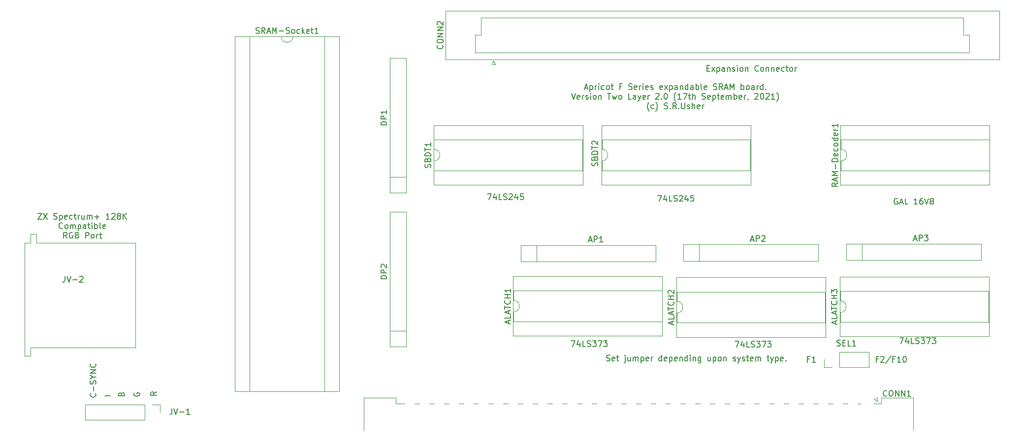
<source format=gbr>
%TF.GenerationSoftware,KiCad,Pcbnew,(5.1.7)-1*%
%TF.CreationDate,2021-09-17T17:18:02+01:00*%
%TF.ProjectId,Apricot-Expansion-RAM,41707269-636f-4742-9d45-7870616e7369,rev?*%
%TF.SameCoordinates,Original*%
%TF.FileFunction,Legend,Top*%
%TF.FilePolarity,Positive*%
%FSLAX46Y46*%
G04 Gerber Fmt 4.6, Leading zero omitted, Abs format (unit mm)*
G04 Created by KiCad (PCBNEW (5.1.7)-1) date 2021-09-17 17:18:02*
%MOMM*%
%LPD*%
G01*
G04 APERTURE LIST*
%ADD10C,0.150000*%
%ADD11C,0.120000*%
G04 APERTURE END LIST*
D10*
X165863428Y-106380261D02*
X166006285Y-106427880D01*
X166244380Y-106427880D01*
X166339619Y-106380261D01*
X166387238Y-106332642D01*
X166434857Y-106237404D01*
X166434857Y-106142166D01*
X166387238Y-106046928D01*
X166339619Y-105999309D01*
X166244380Y-105951690D01*
X166053904Y-105904071D01*
X165958666Y-105856452D01*
X165911047Y-105808833D01*
X165863428Y-105713595D01*
X165863428Y-105618357D01*
X165911047Y-105523119D01*
X165958666Y-105475500D01*
X166053904Y-105427880D01*
X166292000Y-105427880D01*
X166434857Y-105475500D01*
X167244380Y-106380261D02*
X167149142Y-106427880D01*
X166958666Y-106427880D01*
X166863428Y-106380261D01*
X166815809Y-106285023D01*
X166815809Y-105904071D01*
X166863428Y-105808833D01*
X166958666Y-105761214D01*
X167149142Y-105761214D01*
X167244380Y-105808833D01*
X167292000Y-105904071D01*
X167292000Y-105999309D01*
X166815809Y-106094547D01*
X167577714Y-105761214D02*
X167958666Y-105761214D01*
X167720571Y-105427880D02*
X167720571Y-106285023D01*
X167768190Y-106380261D01*
X167863428Y-106427880D01*
X167958666Y-106427880D01*
X169053904Y-105761214D02*
X169053904Y-106618357D01*
X169006285Y-106713595D01*
X168911047Y-106761214D01*
X168863428Y-106761214D01*
X169053904Y-105427880D02*
X169006285Y-105475500D01*
X169053904Y-105523119D01*
X169101523Y-105475500D01*
X169053904Y-105427880D01*
X169053904Y-105523119D01*
X169958666Y-105761214D02*
X169958666Y-106427880D01*
X169530095Y-105761214D02*
X169530095Y-106285023D01*
X169577714Y-106380261D01*
X169672952Y-106427880D01*
X169815809Y-106427880D01*
X169911047Y-106380261D01*
X169958666Y-106332642D01*
X170434857Y-106427880D02*
X170434857Y-105761214D01*
X170434857Y-105856452D02*
X170482476Y-105808833D01*
X170577714Y-105761214D01*
X170720571Y-105761214D01*
X170815809Y-105808833D01*
X170863428Y-105904071D01*
X170863428Y-106427880D01*
X170863428Y-105904071D02*
X170911047Y-105808833D01*
X171006285Y-105761214D01*
X171149142Y-105761214D01*
X171244380Y-105808833D01*
X171292000Y-105904071D01*
X171292000Y-106427880D01*
X171768190Y-105761214D02*
X171768190Y-106761214D01*
X171768190Y-105808833D02*
X171863428Y-105761214D01*
X172053904Y-105761214D01*
X172149142Y-105808833D01*
X172196761Y-105856452D01*
X172244380Y-105951690D01*
X172244380Y-106237404D01*
X172196761Y-106332642D01*
X172149142Y-106380261D01*
X172053904Y-106427880D01*
X171863428Y-106427880D01*
X171768190Y-106380261D01*
X173053904Y-106380261D02*
X172958666Y-106427880D01*
X172768190Y-106427880D01*
X172672952Y-106380261D01*
X172625333Y-106285023D01*
X172625333Y-105904071D01*
X172672952Y-105808833D01*
X172768190Y-105761214D01*
X172958666Y-105761214D01*
X173053904Y-105808833D01*
X173101523Y-105904071D01*
X173101523Y-105999309D01*
X172625333Y-106094547D01*
X173530095Y-106427880D02*
X173530095Y-105761214D01*
X173530095Y-105951690D02*
X173577714Y-105856452D01*
X173625333Y-105808833D01*
X173720571Y-105761214D01*
X173815809Y-105761214D01*
X175339619Y-106427880D02*
X175339619Y-105427880D01*
X175339619Y-106380261D02*
X175244380Y-106427880D01*
X175053904Y-106427880D01*
X174958666Y-106380261D01*
X174911047Y-106332642D01*
X174863428Y-106237404D01*
X174863428Y-105951690D01*
X174911047Y-105856452D01*
X174958666Y-105808833D01*
X175053904Y-105761214D01*
X175244380Y-105761214D01*
X175339619Y-105808833D01*
X176196761Y-106380261D02*
X176101523Y-106427880D01*
X175911047Y-106427880D01*
X175815809Y-106380261D01*
X175768190Y-106285023D01*
X175768190Y-105904071D01*
X175815809Y-105808833D01*
X175911047Y-105761214D01*
X176101523Y-105761214D01*
X176196761Y-105808833D01*
X176244380Y-105904071D01*
X176244380Y-105999309D01*
X175768190Y-106094547D01*
X176672952Y-105761214D02*
X176672952Y-106761214D01*
X176672952Y-105808833D02*
X176768190Y-105761214D01*
X176958666Y-105761214D01*
X177053904Y-105808833D01*
X177101523Y-105856452D01*
X177149142Y-105951690D01*
X177149142Y-106237404D01*
X177101523Y-106332642D01*
X177053904Y-106380261D01*
X176958666Y-106427880D01*
X176768190Y-106427880D01*
X176672952Y-106380261D01*
X177958666Y-106380261D02*
X177863428Y-106427880D01*
X177672952Y-106427880D01*
X177577714Y-106380261D01*
X177530095Y-106285023D01*
X177530095Y-105904071D01*
X177577714Y-105808833D01*
X177672952Y-105761214D01*
X177863428Y-105761214D01*
X177958666Y-105808833D01*
X178006285Y-105904071D01*
X178006285Y-105999309D01*
X177530095Y-106094547D01*
X178434857Y-105761214D02*
X178434857Y-106427880D01*
X178434857Y-105856452D02*
X178482476Y-105808833D01*
X178577714Y-105761214D01*
X178720571Y-105761214D01*
X178815809Y-105808833D01*
X178863428Y-105904071D01*
X178863428Y-106427880D01*
X179768190Y-106427880D02*
X179768190Y-105427880D01*
X179768190Y-106380261D02*
X179672952Y-106427880D01*
X179482476Y-106427880D01*
X179387238Y-106380261D01*
X179339619Y-106332642D01*
X179292000Y-106237404D01*
X179292000Y-105951690D01*
X179339619Y-105856452D01*
X179387238Y-105808833D01*
X179482476Y-105761214D01*
X179672952Y-105761214D01*
X179768190Y-105808833D01*
X180244380Y-106427880D02*
X180244380Y-105761214D01*
X180244380Y-105427880D02*
X180196761Y-105475500D01*
X180244380Y-105523119D01*
X180292000Y-105475500D01*
X180244380Y-105427880D01*
X180244380Y-105523119D01*
X180720571Y-105761214D02*
X180720571Y-106427880D01*
X180720571Y-105856452D02*
X180768190Y-105808833D01*
X180863428Y-105761214D01*
X181006285Y-105761214D01*
X181101523Y-105808833D01*
X181149142Y-105904071D01*
X181149142Y-106427880D01*
X182053904Y-105761214D02*
X182053904Y-106570738D01*
X182006285Y-106665976D01*
X181958666Y-106713595D01*
X181863428Y-106761214D01*
X181720571Y-106761214D01*
X181625333Y-106713595D01*
X182053904Y-106380261D02*
X181958666Y-106427880D01*
X181768190Y-106427880D01*
X181672952Y-106380261D01*
X181625333Y-106332642D01*
X181577714Y-106237404D01*
X181577714Y-105951690D01*
X181625333Y-105856452D01*
X181672952Y-105808833D01*
X181768190Y-105761214D01*
X181958666Y-105761214D01*
X182053904Y-105808833D01*
X183720571Y-105761214D02*
X183720571Y-106427880D01*
X183292000Y-105761214D02*
X183292000Y-106285023D01*
X183339619Y-106380261D01*
X183434857Y-106427880D01*
X183577714Y-106427880D01*
X183672952Y-106380261D01*
X183720571Y-106332642D01*
X184196761Y-105761214D02*
X184196761Y-106761214D01*
X184196761Y-105808833D02*
X184292000Y-105761214D01*
X184482476Y-105761214D01*
X184577714Y-105808833D01*
X184625333Y-105856452D01*
X184672952Y-105951690D01*
X184672952Y-106237404D01*
X184625333Y-106332642D01*
X184577714Y-106380261D01*
X184482476Y-106427880D01*
X184292000Y-106427880D01*
X184196761Y-106380261D01*
X185244380Y-106427880D02*
X185149142Y-106380261D01*
X185101523Y-106332642D01*
X185053904Y-106237404D01*
X185053904Y-105951690D01*
X185101523Y-105856452D01*
X185149142Y-105808833D01*
X185244380Y-105761214D01*
X185387238Y-105761214D01*
X185482476Y-105808833D01*
X185530095Y-105856452D01*
X185577714Y-105951690D01*
X185577714Y-106237404D01*
X185530095Y-106332642D01*
X185482476Y-106380261D01*
X185387238Y-106427880D01*
X185244380Y-106427880D01*
X186006285Y-105761214D02*
X186006285Y-106427880D01*
X186006285Y-105856452D02*
X186053904Y-105808833D01*
X186149142Y-105761214D01*
X186292000Y-105761214D01*
X186387238Y-105808833D01*
X186434857Y-105904071D01*
X186434857Y-106427880D01*
X187625333Y-106380261D02*
X187720571Y-106427880D01*
X187911047Y-106427880D01*
X188006285Y-106380261D01*
X188053904Y-106285023D01*
X188053904Y-106237404D01*
X188006285Y-106142166D01*
X187911047Y-106094547D01*
X187768190Y-106094547D01*
X187672952Y-106046928D01*
X187625333Y-105951690D01*
X187625333Y-105904071D01*
X187672952Y-105808833D01*
X187768190Y-105761214D01*
X187911047Y-105761214D01*
X188006285Y-105808833D01*
X188387238Y-105761214D02*
X188625333Y-106427880D01*
X188863428Y-105761214D02*
X188625333Y-106427880D01*
X188530095Y-106665976D01*
X188482476Y-106713595D01*
X188387238Y-106761214D01*
X189196761Y-106380261D02*
X189292000Y-106427880D01*
X189482476Y-106427880D01*
X189577714Y-106380261D01*
X189625333Y-106285023D01*
X189625333Y-106237404D01*
X189577714Y-106142166D01*
X189482476Y-106094547D01*
X189339619Y-106094547D01*
X189244380Y-106046928D01*
X189196761Y-105951690D01*
X189196761Y-105904071D01*
X189244380Y-105808833D01*
X189339619Y-105761214D01*
X189482476Y-105761214D01*
X189577714Y-105808833D01*
X189911047Y-105761214D02*
X190292000Y-105761214D01*
X190053904Y-105427880D02*
X190053904Y-106285023D01*
X190101523Y-106380261D01*
X190196761Y-106427880D01*
X190292000Y-106427880D01*
X191006285Y-106380261D02*
X190911047Y-106427880D01*
X190720571Y-106427880D01*
X190625333Y-106380261D01*
X190577714Y-106285023D01*
X190577714Y-105904071D01*
X190625333Y-105808833D01*
X190720571Y-105761214D01*
X190911047Y-105761214D01*
X191006285Y-105808833D01*
X191053904Y-105904071D01*
X191053904Y-105999309D01*
X190577714Y-106094547D01*
X191482476Y-106427880D02*
X191482476Y-105761214D01*
X191482476Y-105856452D02*
X191530095Y-105808833D01*
X191625333Y-105761214D01*
X191768190Y-105761214D01*
X191863428Y-105808833D01*
X191911047Y-105904071D01*
X191911047Y-106427880D01*
X191911047Y-105904071D02*
X191958666Y-105808833D01*
X192053904Y-105761214D01*
X192196761Y-105761214D01*
X192292000Y-105808833D01*
X192339619Y-105904071D01*
X192339619Y-106427880D01*
X193434857Y-105761214D02*
X193815809Y-105761214D01*
X193577714Y-105427880D02*
X193577714Y-106285023D01*
X193625333Y-106380261D01*
X193720571Y-106427880D01*
X193815809Y-106427880D01*
X194053904Y-105761214D02*
X194292000Y-106427880D01*
X194530095Y-105761214D02*
X194292000Y-106427880D01*
X194196761Y-106665976D01*
X194149142Y-106713595D01*
X194053904Y-106761214D01*
X194911047Y-105761214D02*
X194911047Y-106761214D01*
X194911047Y-105808833D02*
X195006285Y-105761214D01*
X195196761Y-105761214D01*
X195292000Y-105808833D01*
X195339619Y-105856452D01*
X195387238Y-105951690D01*
X195387238Y-106237404D01*
X195339619Y-106332642D01*
X195292000Y-106380261D01*
X195196761Y-106427880D01*
X195006285Y-106427880D01*
X194911047Y-106380261D01*
X196196761Y-106380261D02*
X196101523Y-106427880D01*
X195911047Y-106427880D01*
X195815809Y-106380261D01*
X195768190Y-106285023D01*
X195768190Y-105904071D01*
X195815809Y-105808833D01*
X195911047Y-105761214D01*
X196101523Y-105761214D01*
X196196761Y-105808833D01*
X196244380Y-105904071D01*
X196244380Y-105999309D01*
X195768190Y-106094547D01*
X196672952Y-106332642D02*
X196720571Y-106380261D01*
X196672952Y-106427880D01*
X196625333Y-106380261D01*
X196672952Y-106332642D01*
X196672952Y-106427880D01*
X212553904Y-106104071D02*
X212220571Y-106104071D01*
X212220571Y-106627880D02*
X212220571Y-105627880D01*
X212696761Y-105627880D01*
X213030095Y-105723119D02*
X213077714Y-105675500D01*
X213172952Y-105627880D01*
X213411047Y-105627880D01*
X213506285Y-105675500D01*
X213553904Y-105723119D01*
X213601523Y-105818357D01*
X213601523Y-105913595D01*
X213553904Y-106056452D01*
X212982476Y-106627880D01*
X213601523Y-106627880D01*
X214744380Y-105580261D02*
X213887238Y-106865976D01*
X215411047Y-106104071D02*
X215077714Y-106104071D01*
X215077714Y-106627880D02*
X215077714Y-105627880D01*
X215553904Y-105627880D01*
X216458666Y-106627880D02*
X215887238Y-106627880D01*
X216172952Y-106627880D02*
X216172952Y-105627880D01*
X216077714Y-105770738D01*
X215982476Y-105865976D01*
X215887238Y-105913595D01*
X217077714Y-105627880D02*
X217172952Y-105627880D01*
X217268190Y-105675500D01*
X217315809Y-105723119D01*
X217363428Y-105818357D01*
X217411047Y-106008833D01*
X217411047Y-106246928D01*
X217363428Y-106437404D01*
X217315809Y-106532642D01*
X217268190Y-106580261D01*
X217172952Y-106627880D01*
X217077714Y-106627880D01*
X216982476Y-106580261D01*
X216934857Y-106532642D01*
X216887238Y-106437404D01*
X216839619Y-106246928D01*
X216839619Y-106008833D01*
X216887238Y-105818357D01*
X216934857Y-105723119D01*
X216982476Y-105675500D01*
X217077714Y-105627880D01*
X200758666Y-106104071D02*
X200425333Y-106104071D01*
X200425333Y-106627880D02*
X200425333Y-105627880D01*
X200901523Y-105627880D01*
X201806285Y-106627880D02*
X201234857Y-106627880D01*
X201520571Y-106627880D02*
X201520571Y-105627880D01*
X201425333Y-105770738D01*
X201330095Y-105865976D01*
X201234857Y-105913595D01*
X145372952Y-77627880D02*
X146039619Y-77627880D01*
X145611047Y-78627880D01*
X146849142Y-77961214D02*
X146849142Y-78627880D01*
X146611047Y-77580261D02*
X146372952Y-78294547D01*
X146992000Y-78294547D01*
X147849142Y-78627880D02*
X147372952Y-78627880D01*
X147372952Y-77627880D01*
X148134857Y-78580261D02*
X148277714Y-78627880D01*
X148515809Y-78627880D01*
X148611047Y-78580261D01*
X148658666Y-78532642D01*
X148706285Y-78437404D01*
X148706285Y-78342166D01*
X148658666Y-78246928D01*
X148611047Y-78199309D01*
X148515809Y-78151690D01*
X148325333Y-78104071D01*
X148230095Y-78056452D01*
X148182476Y-78008833D01*
X148134857Y-77913595D01*
X148134857Y-77818357D01*
X148182476Y-77723119D01*
X148230095Y-77675500D01*
X148325333Y-77627880D01*
X148563428Y-77627880D01*
X148706285Y-77675500D01*
X149087238Y-77723119D02*
X149134857Y-77675500D01*
X149230095Y-77627880D01*
X149468190Y-77627880D01*
X149563428Y-77675500D01*
X149611047Y-77723119D01*
X149658666Y-77818357D01*
X149658666Y-77913595D01*
X149611047Y-78056452D01*
X149039619Y-78627880D01*
X149658666Y-78627880D01*
X150515809Y-77961214D02*
X150515809Y-78627880D01*
X150277714Y-77580261D02*
X150039619Y-78294547D01*
X150658666Y-78294547D01*
X151515809Y-77627880D02*
X151039619Y-77627880D01*
X150992000Y-78104071D01*
X151039619Y-78056452D01*
X151134857Y-78008833D01*
X151372952Y-78008833D01*
X151468190Y-78056452D01*
X151515809Y-78104071D01*
X151563428Y-78199309D01*
X151563428Y-78437404D01*
X151515809Y-78532642D01*
X151468190Y-78580261D01*
X151372952Y-78627880D01*
X151134857Y-78627880D01*
X151039619Y-78580261D01*
X150992000Y-78532642D01*
X162096761Y-59392166D02*
X162572952Y-59392166D01*
X162001523Y-59677880D02*
X162334857Y-58677880D01*
X162668190Y-59677880D01*
X163001523Y-59011214D02*
X163001523Y-60011214D01*
X163001523Y-59058833D02*
X163096761Y-59011214D01*
X163287238Y-59011214D01*
X163382476Y-59058833D01*
X163430095Y-59106452D01*
X163477714Y-59201690D01*
X163477714Y-59487404D01*
X163430095Y-59582642D01*
X163382476Y-59630261D01*
X163287238Y-59677880D01*
X163096761Y-59677880D01*
X163001523Y-59630261D01*
X163906285Y-59677880D02*
X163906285Y-59011214D01*
X163906285Y-59201690D02*
X163953904Y-59106452D01*
X164001523Y-59058833D01*
X164096761Y-59011214D01*
X164192000Y-59011214D01*
X164525333Y-59677880D02*
X164525333Y-59011214D01*
X164525333Y-58677880D02*
X164477714Y-58725500D01*
X164525333Y-58773119D01*
X164572952Y-58725500D01*
X164525333Y-58677880D01*
X164525333Y-58773119D01*
X165430095Y-59630261D02*
X165334857Y-59677880D01*
X165144380Y-59677880D01*
X165049142Y-59630261D01*
X165001523Y-59582642D01*
X164953904Y-59487404D01*
X164953904Y-59201690D01*
X165001523Y-59106452D01*
X165049142Y-59058833D01*
X165144380Y-59011214D01*
X165334857Y-59011214D01*
X165430095Y-59058833D01*
X166001523Y-59677880D02*
X165906285Y-59630261D01*
X165858666Y-59582642D01*
X165811047Y-59487404D01*
X165811047Y-59201690D01*
X165858666Y-59106452D01*
X165906285Y-59058833D01*
X166001523Y-59011214D01*
X166144380Y-59011214D01*
X166239619Y-59058833D01*
X166287238Y-59106452D01*
X166334857Y-59201690D01*
X166334857Y-59487404D01*
X166287238Y-59582642D01*
X166239619Y-59630261D01*
X166144380Y-59677880D01*
X166001523Y-59677880D01*
X166620571Y-59011214D02*
X167001523Y-59011214D01*
X166763428Y-58677880D02*
X166763428Y-59535023D01*
X166811047Y-59630261D01*
X166906285Y-59677880D01*
X167001523Y-59677880D01*
X168430095Y-59154071D02*
X168096761Y-59154071D01*
X168096761Y-59677880D02*
X168096761Y-58677880D01*
X168572952Y-58677880D01*
X169668190Y-59630261D02*
X169811047Y-59677880D01*
X170049142Y-59677880D01*
X170144380Y-59630261D01*
X170192000Y-59582642D01*
X170239619Y-59487404D01*
X170239619Y-59392166D01*
X170192000Y-59296928D01*
X170144380Y-59249309D01*
X170049142Y-59201690D01*
X169858666Y-59154071D01*
X169763428Y-59106452D01*
X169715809Y-59058833D01*
X169668190Y-58963595D01*
X169668190Y-58868357D01*
X169715809Y-58773119D01*
X169763428Y-58725500D01*
X169858666Y-58677880D01*
X170096761Y-58677880D01*
X170239619Y-58725500D01*
X171049142Y-59630261D02*
X170953904Y-59677880D01*
X170763428Y-59677880D01*
X170668190Y-59630261D01*
X170620571Y-59535023D01*
X170620571Y-59154071D01*
X170668190Y-59058833D01*
X170763428Y-59011214D01*
X170953904Y-59011214D01*
X171049142Y-59058833D01*
X171096761Y-59154071D01*
X171096761Y-59249309D01*
X170620571Y-59344547D01*
X171525333Y-59677880D02*
X171525333Y-59011214D01*
X171525333Y-59201690D02*
X171572952Y-59106452D01*
X171620571Y-59058833D01*
X171715809Y-59011214D01*
X171811047Y-59011214D01*
X172144380Y-59677880D02*
X172144380Y-59011214D01*
X172144380Y-58677880D02*
X172096761Y-58725500D01*
X172144380Y-58773119D01*
X172192000Y-58725500D01*
X172144380Y-58677880D01*
X172144380Y-58773119D01*
X173001523Y-59630261D02*
X172906285Y-59677880D01*
X172715809Y-59677880D01*
X172620571Y-59630261D01*
X172572952Y-59535023D01*
X172572952Y-59154071D01*
X172620571Y-59058833D01*
X172715809Y-59011214D01*
X172906285Y-59011214D01*
X173001523Y-59058833D01*
X173049142Y-59154071D01*
X173049142Y-59249309D01*
X172572952Y-59344547D01*
X173430095Y-59630261D02*
X173525333Y-59677880D01*
X173715809Y-59677880D01*
X173811047Y-59630261D01*
X173858666Y-59535023D01*
X173858666Y-59487404D01*
X173811047Y-59392166D01*
X173715809Y-59344547D01*
X173572952Y-59344547D01*
X173477714Y-59296928D01*
X173430095Y-59201690D01*
X173430095Y-59154071D01*
X173477714Y-59058833D01*
X173572952Y-59011214D01*
X173715809Y-59011214D01*
X173811047Y-59058833D01*
X175430095Y-59630261D02*
X175334857Y-59677880D01*
X175144380Y-59677880D01*
X175049142Y-59630261D01*
X175001523Y-59535023D01*
X175001523Y-59154071D01*
X175049142Y-59058833D01*
X175144380Y-59011214D01*
X175334857Y-59011214D01*
X175430095Y-59058833D01*
X175477714Y-59154071D01*
X175477714Y-59249309D01*
X175001523Y-59344547D01*
X175811047Y-59677880D02*
X176334857Y-59011214D01*
X175811047Y-59011214D02*
X176334857Y-59677880D01*
X176715809Y-59011214D02*
X176715809Y-60011214D01*
X176715809Y-59058833D02*
X176811047Y-59011214D01*
X177001523Y-59011214D01*
X177096761Y-59058833D01*
X177144380Y-59106452D01*
X177192000Y-59201690D01*
X177192000Y-59487404D01*
X177144380Y-59582642D01*
X177096761Y-59630261D01*
X177001523Y-59677880D01*
X176811047Y-59677880D01*
X176715809Y-59630261D01*
X178049142Y-59677880D02*
X178049142Y-59154071D01*
X178001523Y-59058833D01*
X177906285Y-59011214D01*
X177715809Y-59011214D01*
X177620571Y-59058833D01*
X178049142Y-59630261D02*
X177953904Y-59677880D01*
X177715809Y-59677880D01*
X177620571Y-59630261D01*
X177572952Y-59535023D01*
X177572952Y-59439785D01*
X177620571Y-59344547D01*
X177715809Y-59296928D01*
X177953904Y-59296928D01*
X178049142Y-59249309D01*
X178525333Y-59011214D02*
X178525333Y-59677880D01*
X178525333Y-59106452D02*
X178572952Y-59058833D01*
X178668190Y-59011214D01*
X178811047Y-59011214D01*
X178906285Y-59058833D01*
X178953904Y-59154071D01*
X178953904Y-59677880D01*
X179858666Y-59677880D02*
X179858666Y-58677880D01*
X179858666Y-59630261D02*
X179763428Y-59677880D01*
X179572952Y-59677880D01*
X179477714Y-59630261D01*
X179430095Y-59582642D01*
X179382476Y-59487404D01*
X179382476Y-59201690D01*
X179430095Y-59106452D01*
X179477714Y-59058833D01*
X179572952Y-59011214D01*
X179763428Y-59011214D01*
X179858666Y-59058833D01*
X180763428Y-59677880D02*
X180763428Y-59154071D01*
X180715809Y-59058833D01*
X180620571Y-59011214D01*
X180430095Y-59011214D01*
X180334857Y-59058833D01*
X180763428Y-59630261D02*
X180668190Y-59677880D01*
X180430095Y-59677880D01*
X180334857Y-59630261D01*
X180287238Y-59535023D01*
X180287238Y-59439785D01*
X180334857Y-59344547D01*
X180430095Y-59296928D01*
X180668190Y-59296928D01*
X180763428Y-59249309D01*
X181239619Y-59677880D02*
X181239619Y-58677880D01*
X181239619Y-59058833D02*
X181334857Y-59011214D01*
X181525333Y-59011214D01*
X181620571Y-59058833D01*
X181668190Y-59106452D01*
X181715809Y-59201690D01*
X181715809Y-59487404D01*
X181668190Y-59582642D01*
X181620571Y-59630261D01*
X181525333Y-59677880D01*
X181334857Y-59677880D01*
X181239619Y-59630261D01*
X182287238Y-59677880D02*
X182191999Y-59630261D01*
X182144380Y-59535023D01*
X182144380Y-58677880D01*
X183049142Y-59630261D02*
X182953904Y-59677880D01*
X182763428Y-59677880D01*
X182668190Y-59630261D01*
X182620571Y-59535023D01*
X182620571Y-59154071D01*
X182668190Y-59058833D01*
X182763428Y-59011214D01*
X182953904Y-59011214D01*
X183049142Y-59058833D01*
X183096761Y-59154071D01*
X183096761Y-59249309D01*
X182620571Y-59344547D01*
X184239619Y-59630261D02*
X184382476Y-59677880D01*
X184620571Y-59677880D01*
X184715809Y-59630261D01*
X184763428Y-59582642D01*
X184811047Y-59487404D01*
X184811047Y-59392166D01*
X184763428Y-59296928D01*
X184715809Y-59249309D01*
X184620571Y-59201690D01*
X184430095Y-59154071D01*
X184334857Y-59106452D01*
X184287238Y-59058833D01*
X184239619Y-58963595D01*
X184239619Y-58868357D01*
X184287238Y-58773119D01*
X184334857Y-58725500D01*
X184430095Y-58677880D01*
X184668190Y-58677880D01*
X184811047Y-58725500D01*
X185811047Y-59677880D02*
X185477714Y-59201690D01*
X185239619Y-59677880D02*
X185239619Y-58677880D01*
X185620571Y-58677880D01*
X185715809Y-58725500D01*
X185763428Y-58773119D01*
X185811047Y-58868357D01*
X185811047Y-59011214D01*
X185763428Y-59106452D01*
X185715809Y-59154071D01*
X185620571Y-59201690D01*
X185239619Y-59201690D01*
X186191999Y-59392166D02*
X186668190Y-59392166D01*
X186096761Y-59677880D02*
X186430095Y-58677880D01*
X186763428Y-59677880D01*
X187096761Y-59677880D02*
X187096761Y-58677880D01*
X187430095Y-59392166D01*
X187763428Y-58677880D01*
X187763428Y-59677880D01*
X189001523Y-59677880D02*
X189001523Y-58677880D01*
X189001523Y-59058833D02*
X189096761Y-59011214D01*
X189287238Y-59011214D01*
X189382476Y-59058833D01*
X189430095Y-59106452D01*
X189477714Y-59201690D01*
X189477714Y-59487404D01*
X189430095Y-59582642D01*
X189382476Y-59630261D01*
X189287238Y-59677880D01*
X189096761Y-59677880D01*
X189001523Y-59630261D01*
X190049142Y-59677880D02*
X189953904Y-59630261D01*
X189906285Y-59582642D01*
X189858666Y-59487404D01*
X189858666Y-59201690D01*
X189906285Y-59106452D01*
X189953904Y-59058833D01*
X190049142Y-59011214D01*
X190191999Y-59011214D01*
X190287238Y-59058833D01*
X190334857Y-59106452D01*
X190382476Y-59201690D01*
X190382476Y-59487404D01*
X190334857Y-59582642D01*
X190287238Y-59630261D01*
X190191999Y-59677880D01*
X190049142Y-59677880D01*
X191239619Y-59677880D02*
X191239619Y-59154071D01*
X191191999Y-59058833D01*
X191096761Y-59011214D01*
X190906285Y-59011214D01*
X190811047Y-59058833D01*
X191239619Y-59630261D02*
X191144380Y-59677880D01*
X190906285Y-59677880D01*
X190811047Y-59630261D01*
X190763428Y-59535023D01*
X190763428Y-59439785D01*
X190811047Y-59344547D01*
X190906285Y-59296928D01*
X191144380Y-59296928D01*
X191239619Y-59249309D01*
X191715809Y-59677880D02*
X191715809Y-59011214D01*
X191715809Y-59201690D02*
X191763428Y-59106452D01*
X191811047Y-59058833D01*
X191906285Y-59011214D01*
X192001523Y-59011214D01*
X192763428Y-59677880D02*
X192763428Y-58677880D01*
X192763428Y-59630261D02*
X192668190Y-59677880D01*
X192477714Y-59677880D01*
X192382476Y-59630261D01*
X192334857Y-59582642D01*
X192287238Y-59487404D01*
X192287238Y-59201690D01*
X192334857Y-59106452D01*
X192382476Y-59058833D01*
X192477714Y-59011214D01*
X192668190Y-59011214D01*
X192763428Y-59058833D01*
X193239619Y-59582642D02*
X193287238Y-59630261D01*
X193239619Y-59677880D01*
X193191999Y-59630261D01*
X193239619Y-59582642D01*
X193239619Y-59677880D01*
X159834857Y-60327880D02*
X160168190Y-61327880D01*
X160501523Y-60327880D01*
X161215809Y-61280261D02*
X161120571Y-61327880D01*
X160930095Y-61327880D01*
X160834857Y-61280261D01*
X160787238Y-61185023D01*
X160787238Y-60804071D01*
X160834857Y-60708833D01*
X160930095Y-60661214D01*
X161120571Y-60661214D01*
X161215809Y-60708833D01*
X161263428Y-60804071D01*
X161263428Y-60899309D01*
X160787238Y-60994547D01*
X161692000Y-61327880D02*
X161692000Y-60661214D01*
X161692000Y-60851690D02*
X161739619Y-60756452D01*
X161787238Y-60708833D01*
X161882476Y-60661214D01*
X161977714Y-60661214D01*
X162263428Y-61280261D02*
X162358666Y-61327880D01*
X162549142Y-61327880D01*
X162644380Y-61280261D01*
X162692000Y-61185023D01*
X162692000Y-61137404D01*
X162644380Y-61042166D01*
X162549142Y-60994547D01*
X162406285Y-60994547D01*
X162311047Y-60946928D01*
X162263428Y-60851690D01*
X162263428Y-60804071D01*
X162311047Y-60708833D01*
X162406285Y-60661214D01*
X162549142Y-60661214D01*
X162644380Y-60708833D01*
X163120571Y-61327880D02*
X163120571Y-60661214D01*
X163120571Y-60327880D02*
X163072952Y-60375500D01*
X163120571Y-60423119D01*
X163168190Y-60375500D01*
X163120571Y-60327880D01*
X163120571Y-60423119D01*
X163739619Y-61327880D02*
X163644380Y-61280261D01*
X163596761Y-61232642D01*
X163549142Y-61137404D01*
X163549142Y-60851690D01*
X163596761Y-60756452D01*
X163644380Y-60708833D01*
X163739619Y-60661214D01*
X163882476Y-60661214D01*
X163977714Y-60708833D01*
X164025333Y-60756452D01*
X164072952Y-60851690D01*
X164072952Y-61137404D01*
X164025333Y-61232642D01*
X163977714Y-61280261D01*
X163882476Y-61327880D01*
X163739619Y-61327880D01*
X164501523Y-60661214D02*
X164501523Y-61327880D01*
X164501523Y-60756452D02*
X164549142Y-60708833D01*
X164644380Y-60661214D01*
X164787238Y-60661214D01*
X164882476Y-60708833D01*
X164930095Y-60804071D01*
X164930095Y-61327880D01*
X166025333Y-60327880D02*
X166596761Y-60327880D01*
X166311047Y-61327880D02*
X166311047Y-60327880D01*
X166834857Y-60661214D02*
X167025333Y-61327880D01*
X167215809Y-60851690D01*
X167406285Y-61327880D01*
X167596761Y-60661214D01*
X168120571Y-61327880D02*
X168025333Y-61280261D01*
X167977714Y-61232642D01*
X167930095Y-61137404D01*
X167930095Y-60851690D01*
X167977714Y-60756452D01*
X168025333Y-60708833D01*
X168120571Y-60661214D01*
X168263428Y-60661214D01*
X168358666Y-60708833D01*
X168406285Y-60756452D01*
X168453904Y-60851690D01*
X168453904Y-61137404D01*
X168406285Y-61232642D01*
X168358666Y-61280261D01*
X168263428Y-61327880D01*
X168120571Y-61327880D01*
X170120571Y-61327880D02*
X169644380Y-61327880D01*
X169644380Y-60327880D01*
X170882476Y-61327880D02*
X170882476Y-60804071D01*
X170834857Y-60708833D01*
X170739619Y-60661214D01*
X170549142Y-60661214D01*
X170453904Y-60708833D01*
X170882476Y-61280261D02*
X170787238Y-61327880D01*
X170549142Y-61327880D01*
X170453904Y-61280261D01*
X170406285Y-61185023D01*
X170406285Y-61089785D01*
X170453904Y-60994547D01*
X170549142Y-60946928D01*
X170787238Y-60946928D01*
X170882476Y-60899309D01*
X171263428Y-60661214D02*
X171501523Y-61327880D01*
X171739619Y-60661214D02*
X171501523Y-61327880D01*
X171406285Y-61565976D01*
X171358666Y-61613595D01*
X171263428Y-61661214D01*
X172501523Y-61280261D02*
X172406285Y-61327880D01*
X172215809Y-61327880D01*
X172120571Y-61280261D01*
X172072952Y-61185023D01*
X172072952Y-60804071D01*
X172120571Y-60708833D01*
X172215809Y-60661214D01*
X172406285Y-60661214D01*
X172501523Y-60708833D01*
X172549142Y-60804071D01*
X172549142Y-60899309D01*
X172072952Y-60994547D01*
X172977714Y-61327880D02*
X172977714Y-60661214D01*
X172977714Y-60851690D02*
X173025333Y-60756452D01*
X173072952Y-60708833D01*
X173168190Y-60661214D01*
X173263428Y-60661214D01*
X174311047Y-60423119D02*
X174358666Y-60375500D01*
X174453904Y-60327880D01*
X174692000Y-60327880D01*
X174787238Y-60375500D01*
X174834857Y-60423119D01*
X174882476Y-60518357D01*
X174882476Y-60613595D01*
X174834857Y-60756452D01*
X174263428Y-61327880D01*
X174882476Y-61327880D01*
X175311047Y-61232642D02*
X175358666Y-61280261D01*
X175311047Y-61327880D01*
X175263428Y-61280261D01*
X175311047Y-61232642D01*
X175311047Y-61327880D01*
X175977714Y-60327880D02*
X176072952Y-60327880D01*
X176168190Y-60375500D01*
X176215809Y-60423119D01*
X176263428Y-60518357D01*
X176311047Y-60708833D01*
X176311047Y-60946928D01*
X176263428Y-61137404D01*
X176215809Y-61232642D01*
X176168190Y-61280261D01*
X176072952Y-61327880D01*
X175977714Y-61327880D01*
X175882476Y-61280261D01*
X175834857Y-61232642D01*
X175787238Y-61137404D01*
X175739619Y-60946928D01*
X175739619Y-60708833D01*
X175787238Y-60518357D01*
X175834857Y-60423119D01*
X175882476Y-60375500D01*
X175977714Y-60327880D01*
X177787238Y-61708833D02*
X177739619Y-61661214D01*
X177644380Y-61518357D01*
X177596761Y-61423119D01*
X177549142Y-61280261D01*
X177501523Y-61042166D01*
X177501523Y-60851690D01*
X177549142Y-60613595D01*
X177596761Y-60470738D01*
X177644380Y-60375500D01*
X177739619Y-60232642D01*
X177787238Y-60185023D01*
X178692000Y-61327880D02*
X178120571Y-61327880D01*
X178406285Y-61327880D02*
X178406285Y-60327880D01*
X178311047Y-60470738D01*
X178215809Y-60565976D01*
X178120571Y-60613595D01*
X179025333Y-60327880D02*
X179692000Y-60327880D01*
X179263428Y-61327880D01*
X179930095Y-60661214D02*
X180311047Y-60661214D01*
X180072952Y-60327880D02*
X180072952Y-61185023D01*
X180120571Y-61280261D01*
X180215809Y-61327880D01*
X180311047Y-61327880D01*
X180644380Y-61327880D02*
X180644380Y-60327880D01*
X181072952Y-61327880D02*
X181072952Y-60804071D01*
X181025333Y-60708833D01*
X180930095Y-60661214D01*
X180787238Y-60661214D01*
X180692000Y-60708833D01*
X180644380Y-60756452D01*
X182263428Y-61280261D02*
X182406285Y-61327880D01*
X182644380Y-61327880D01*
X182739619Y-61280261D01*
X182787238Y-61232642D01*
X182834857Y-61137404D01*
X182834857Y-61042166D01*
X182787238Y-60946928D01*
X182739619Y-60899309D01*
X182644380Y-60851690D01*
X182453904Y-60804071D01*
X182358666Y-60756452D01*
X182311047Y-60708833D01*
X182263428Y-60613595D01*
X182263428Y-60518357D01*
X182311047Y-60423119D01*
X182358666Y-60375500D01*
X182453904Y-60327880D01*
X182692000Y-60327880D01*
X182834857Y-60375500D01*
X183644380Y-61280261D02*
X183549142Y-61327880D01*
X183358666Y-61327880D01*
X183263428Y-61280261D01*
X183215809Y-61185023D01*
X183215809Y-60804071D01*
X183263428Y-60708833D01*
X183358666Y-60661214D01*
X183549142Y-60661214D01*
X183644380Y-60708833D01*
X183692000Y-60804071D01*
X183692000Y-60899309D01*
X183215809Y-60994547D01*
X184120571Y-60661214D02*
X184120571Y-61661214D01*
X184120571Y-60708833D02*
X184215809Y-60661214D01*
X184406285Y-60661214D01*
X184501523Y-60708833D01*
X184549142Y-60756452D01*
X184596761Y-60851690D01*
X184596761Y-61137404D01*
X184549142Y-61232642D01*
X184501523Y-61280261D01*
X184406285Y-61327880D01*
X184215809Y-61327880D01*
X184120571Y-61280261D01*
X184882476Y-60661214D02*
X185263428Y-60661214D01*
X185025333Y-60327880D02*
X185025333Y-61185023D01*
X185072952Y-61280261D01*
X185168190Y-61327880D01*
X185263428Y-61327880D01*
X185977714Y-61280261D02*
X185882476Y-61327880D01*
X185692000Y-61327880D01*
X185596761Y-61280261D01*
X185549142Y-61185023D01*
X185549142Y-60804071D01*
X185596761Y-60708833D01*
X185692000Y-60661214D01*
X185882476Y-60661214D01*
X185977714Y-60708833D01*
X186025333Y-60804071D01*
X186025333Y-60899309D01*
X185549142Y-60994547D01*
X186453904Y-61327880D02*
X186453904Y-60661214D01*
X186453904Y-60756452D02*
X186501523Y-60708833D01*
X186596761Y-60661214D01*
X186739619Y-60661214D01*
X186834857Y-60708833D01*
X186882476Y-60804071D01*
X186882476Y-61327880D01*
X186882476Y-60804071D02*
X186930095Y-60708833D01*
X187025333Y-60661214D01*
X187168190Y-60661214D01*
X187263428Y-60708833D01*
X187311047Y-60804071D01*
X187311047Y-61327880D01*
X187787238Y-61327880D02*
X187787238Y-60327880D01*
X187787238Y-60708833D02*
X187882476Y-60661214D01*
X188072952Y-60661214D01*
X188168190Y-60708833D01*
X188215809Y-60756452D01*
X188263428Y-60851690D01*
X188263428Y-61137404D01*
X188215809Y-61232642D01*
X188168190Y-61280261D01*
X188072952Y-61327880D01*
X187882476Y-61327880D01*
X187787238Y-61280261D01*
X189072952Y-61280261D02*
X188977714Y-61327880D01*
X188787238Y-61327880D01*
X188692000Y-61280261D01*
X188644380Y-61185023D01*
X188644380Y-60804071D01*
X188692000Y-60708833D01*
X188787238Y-60661214D01*
X188977714Y-60661214D01*
X189072952Y-60708833D01*
X189120571Y-60804071D01*
X189120571Y-60899309D01*
X188644380Y-60994547D01*
X189549142Y-61327880D02*
X189549142Y-60661214D01*
X189549142Y-60851690D02*
X189596761Y-60756452D01*
X189644380Y-60708833D01*
X189739619Y-60661214D01*
X189834857Y-60661214D01*
X190215809Y-61280261D02*
X190215809Y-61327880D01*
X190168190Y-61423119D01*
X190120571Y-61470738D01*
X191358666Y-60423119D02*
X191406285Y-60375500D01*
X191501523Y-60327880D01*
X191739619Y-60327880D01*
X191834857Y-60375500D01*
X191882476Y-60423119D01*
X191930095Y-60518357D01*
X191930095Y-60613595D01*
X191882476Y-60756452D01*
X191311047Y-61327880D01*
X191930095Y-61327880D01*
X192549142Y-60327880D02*
X192644380Y-60327880D01*
X192739619Y-60375500D01*
X192787238Y-60423119D01*
X192834857Y-60518357D01*
X192882476Y-60708833D01*
X192882476Y-60946928D01*
X192834857Y-61137404D01*
X192787238Y-61232642D01*
X192739619Y-61280261D01*
X192644380Y-61327880D01*
X192549142Y-61327880D01*
X192453904Y-61280261D01*
X192406285Y-61232642D01*
X192358666Y-61137404D01*
X192311047Y-60946928D01*
X192311047Y-60708833D01*
X192358666Y-60518357D01*
X192406285Y-60423119D01*
X192453904Y-60375500D01*
X192549142Y-60327880D01*
X193263428Y-60423119D02*
X193311047Y-60375500D01*
X193406285Y-60327880D01*
X193644380Y-60327880D01*
X193739619Y-60375500D01*
X193787238Y-60423119D01*
X193834857Y-60518357D01*
X193834857Y-60613595D01*
X193787238Y-60756452D01*
X193215809Y-61327880D01*
X193834857Y-61327880D01*
X194787238Y-61327880D02*
X194215809Y-61327880D01*
X194501523Y-61327880D02*
X194501523Y-60327880D01*
X194406285Y-60470738D01*
X194311047Y-60565976D01*
X194215809Y-60613595D01*
X195120571Y-61708833D02*
X195168190Y-61661214D01*
X195263428Y-61518357D01*
X195311047Y-61423119D01*
X195358666Y-61280261D01*
X195406285Y-61042166D01*
X195406285Y-60851690D01*
X195358666Y-60613595D01*
X195311047Y-60470738D01*
X195263428Y-60375500D01*
X195168190Y-60232642D01*
X195120571Y-60185023D01*
X173168190Y-63358833D02*
X173120571Y-63311214D01*
X173025333Y-63168357D01*
X172977714Y-63073119D01*
X172930095Y-62930261D01*
X172882476Y-62692166D01*
X172882476Y-62501690D01*
X172930095Y-62263595D01*
X172977714Y-62120738D01*
X173025333Y-62025500D01*
X173120571Y-61882642D01*
X173168190Y-61835023D01*
X173977714Y-62930261D02*
X173882476Y-62977880D01*
X173692000Y-62977880D01*
X173596761Y-62930261D01*
X173549142Y-62882642D01*
X173501523Y-62787404D01*
X173501523Y-62501690D01*
X173549142Y-62406452D01*
X173596761Y-62358833D01*
X173692000Y-62311214D01*
X173882476Y-62311214D01*
X173977714Y-62358833D01*
X174311047Y-63358833D02*
X174358666Y-63311214D01*
X174453904Y-63168357D01*
X174501523Y-63073119D01*
X174549142Y-62930261D01*
X174596761Y-62692166D01*
X174596761Y-62501690D01*
X174549142Y-62263595D01*
X174501523Y-62120738D01*
X174453904Y-62025500D01*
X174358666Y-61882642D01*
X174311047Y-61835023D01*
X175787238Y-62930261D02*
X175930095Y-62977880D01*
X176168190Y-62977880D01*
X176263428Y-62930261D01*
X176311047Y-62882642D01*
X176358666Y-62787404D01*
X176358666Y-62692166D01*
X176311047Y-62596928D01*
X176263428Y-62549309D01*
X176168190Y-62501690D01*
X175977714Y-62454071D01*
X175882476Y-62406452D01*
X175834857Y-62358833D01*
X175787238Y-62263595D01*
X175787238Y-62168357D01*
X175834857Y-62073119D01*
X175882476Y-62025500D01*
X175977714Y-61977880D01*
X176215809Y-61977880D01*
X176358666Y-62025500D01*
X176787238Y-62882642D02*
X176834857Y-62930261D01*
X176787238Y-62977880D01*
X176739619Y-62930261D01*
X176787238Y-62882642D01*
X176787238Y-62977880D01*
X177834857Y-62977880D02*
X177501523Y-62501690D01*
X177263428Y-62977880D02*
X177263428Y-61977880D01*
X177644380Y-61977880D01*
X177739619Y-62025500D01*
X177787238Y-62073119D01*
X177834857Y-62168357D01*
X177834857Y-62311214D01*
X177787238Y-62406452D01*
X177739619Y-62454071D01*
X177644380Y-62501690D01*
X177263428Y-62501690D01*
X178263428Y-62882642D02*
X178311047Y-62930261D01*
X178263428Y-62977880D01*
X178215809Y-62930261D01*
X178263428Y-62882642D01*
X178263428Y-62977880D01*
X178739619Y-61977880D02*
X178739619Y-62787404D01*
X178787238Y-62882642D01*
X178834857Y-62930261D01*
X178930095Y-62977880D01*
X179120571Y-62977880D01*
X179215809Y-62930261D01*
X179263428Y-62882642D01*
X179311047Y-62787404D01*
X179311047Y-61977880D01*
X179739619Y-62930261D02*
X179834857Y-62977880D01*
X180025333Y-62977880D01*
X180120571Y-62930261D01*
X180168190Y-62835023D01*
X180168190Y-62787404D01*
X180120571Y-62692166D01*
X180025333Y-62644547D01*
X179882476Y-62644547D01*
X179787238Y-62596928D01*
X179739619Y-62501690D01*
X179739619Y-62454071D01*
X179787238Y-62358833D01*
X179882476Y-62311214D01*
X180025333Y-62311214D01*
X180120571Y-62358833D01*
X180596761Y-62977880D02*
X180596761Y-61977880D01*
X181025333Y-62977880D02*
X181025333Y-62454071D01*
X180977714Y-62358833D01*
X180882476Y-62311214D01*
X180739619Y-62311214D01*
X180644380Y-62358833D01*
X180596761Y-62406452D01*
X181882476Y-62930261D02*
X181787238Y-62977880D01*
X181596761Y-62977880D01*
X181501523Y-62930261D01*
X181453904Y-62835023D01*
X181453904Y-62454071D01*
X181501523Y-62358833D01*
X181596761Y-62311214D01*
X181787238Y-62311214D01*
X181882476Y-62358833D01*
X181930095Y-62454071D01*
X181930095Y-62549309D01*
X181453904Y-62644547D01*
X182358666Y-62977880D02*
X182358666Y-62311214D01*
X182358666Y-62501690D02*
X182406285Y-62406452D01*
X182453904Y-62358833D01*
X182549142Y-62311214D01*
X182644380Y-62311214D01*
X68072952Y-80977880D02*
X68739619Y-80977880D01*
X68072952Y-81977880D01*
X68739619Y-81977880D01*
X69025333Y-80977880D02*
X69692000Y-81977880D01*
X69692000Y-80977880D02*
X69025333Y-81977880D01*
X70787238Y-81930261D02*
X70930095Y-81977880D01*
X71168190Y-81977880D01*
X71263428Y-81930261D01*
X71311047Y-81882642D01*
X71358666Y-81787404D01*
X71358666Y-81692166D01*
X71311047Y-81596928D01*
X71263428Y-81549309D01*
X71168190Y-81501690D01*
X70977714Y-81454071D01*
X70882476Y-81406452D01*
X70834857Y-81358833D01*
X70787238Y-81263595D01*
X70787238Y-81168357D01*
X70834857Y-81073119D01*
X70882476Y-81025500D01*
X70977714Y-80977880D01*
X71215809Y-80977880D01*
X71358666Y-81025500D01*
X71787238Y-81311214D02*
X71787238Y-82311214D01*
X71787238Y-81358833D02*
X71882476Y-81311214D01*
X72072952Y-81311214D01*
X72168190Y-81358833D01*
X72215809Y-81406452D01*
X72263428Y-81501690D01*
X72263428Y-81787404D01*
X72215809Y-81882642D01*
X72168190Y-81930261D01*
X72072952Y-81977880D01*
X71882476Y-81977880D01*
X71787238Y-81930261D01*
X73072952Y-81930261D02*
X72977714Y-81977880D01*
X72787238Y-81977880D01*
X72692000Y-81930261D01*
X72644380Y-81835023D01*
X72644380Y-81454071D01*
X72692000Y-81358833D01*
X72787238Y-81311214D01*
X72977714Y-81311214D01*
X73072952Y-81358833D01*
X73120571Y-81454071D01*
X73120571Y-81549309D01*
X72644380Y-81644547D01*
X73977714Y-81930261D02*
X73882476Y-81977880D01*
X73692000Y-81977880D01*
X73596761Y-81930261D01*
X73549142Y-81882642D01*
X73501523Y-81787404D01*
X73501523Y-81501690D01*
X73549142Y-81406452D01*
X73596761Y-81358833D01*
X73692000Y-81311214D01*
X73882476Y-81311214D01*
X73977714Y-81358833D01*
X74263428Y-81311214D02*
X74644380Y-81311214D01*
X74406285Y-80977880D02*
X74406285Y-81835023D01*
X74453904Y-81930261D01*
X74549142Y-81977880D01*
X74644380Y-81977880D01*
X74977714Y-81977880D02*
X74977714Y-81311214D01*
X74977714Y-81501690D02*
X75025333Y-81406452D01*
X75072952Y-81358833D01*
X75168190Y-81311214D01*
X75263428Y-81311214D01*
X76025333Y-81311214D02*
X76025333Y-81977880D01*
X75596761Y-81311214D02*
X75596761Y-81835023D01*
X75644380Y-81930261D01*
X75739619Y-81977880D01*
X75882476Y-81977880D01*
X75977714Y-81930261D01*
X76025333Y-81882642D01*
X76501523Y-81977880D02*
X76501523Y-81311214D01*
X76501523Y-81406452D02*
X76549142Y-81358833D01*
X76644380Y-81311214D01*
X76787238Y-81311214D01*
X76882476Y-81358833D01*
X76930095Y-81454071D01*
X76930095Y-81977880D01*
X76930095Y-81454071D02*
X76977714Y-81358833D01*
X77072952Y-81311214D01*
X77215809Y-81311214D01*
X77311047Y-81358833D01*
X77358666Y-81454071D01*
X77358666Y-81977880D01*
X77834857Y-81596928D02*
X78596761Y-81596928D01*
X78215809Y-81977880D02*
X78215809Y-81215976D01*
X80358666Y-81977880D02*
X79787238Y-81977880D01*
X80072952Y-81977880D02*
X80072952Y-80977880D01*
X79977714Y-81120738D01*
X79882476Y-81215976D01*
X79787238Y-81263595D01*
X80739619Y-81073119D02*
X80787238Y-81025500D01*
X80882476Y-80977880D01*
X81120571Y-80977880D01*
X81215809Y-81025500D01*
X81263428Y-81073119D01*
X81311047Y-81168357D01*
X81311047Y-81263595D01*
X81263428Y-81406452D01*
X80692000Y-81977880D01*
X81311047Y-81977880D01*
X81882476Y-81406452D02*
X81787238Y-81358833D01*
X81739619Y-81311214D01*
X81692000Y-81215976D01*
X81692000Y-81168357D01*
X81739619Y-81073119D01*
X81787238Y-81025500D01*
X81882476Y-80977880D01*
X82072952Y-80977880D01*
X82168190Y-81025500D01*
X82215809Y-81073119D01*
X82263428Y-81168357D01*
X82263428Y-81215976D01*
X82215809Y-81311214D01*
X82168190Y-81358833D01*
X82072952Y-81406452D01*
X81882476Y-81406452D01*
X81787238Y-81454071D01*
X81739619Y-81501690D01*
X81692000Y-81596928D01*
X81692000Y-81787404D01*
X81739619Y-81882642D01*
X81787238Y-81930261D01*
X81882476Y-81977880D01*
X82072952Y-81977880D01*
X82168190Y-81930261D01*
X82215809Y-81882642D01*
X82263428Y-81787404D01*
X82263428Y-81596928D01*
X82215809Y-81501690D01*
X82168190Y-81454071D01*
X82072952Y-81406452D01*
X82692000Y-81977880D02*
X82692000Y-80977880D01*
X83263428Y-81977880D02*
X82834857Y-81406452D01*
X83263428Y-80977880D02*
X82692000Y-81549309D01*
X72311047Y-83532642D02*
X72263428Y-83580261D01*
X72120571Y-83627880D01*
X72025333Y-83627880D01*
X71882476Y-83580261D01*
X71787238Y-83485023D01*
X71739619Y-83389785D01*
X71692000Y-83199309D01*
X71692000Y-83056452D01*
X71739619Y-82865976D01*
X71787238Y-82770738D01*
X71882476Y-82675500D01*
X72025333Y-82627880D01*
X72120571Y-82627880D01*
X72263428Y-82675500D01*
X72311047Y-82723119D01*
X72882476Y-83627880D02*
X72787238Y-83580261D01*
X72739619Y-83532642D01*
X72692000Y-83437404D01*
X72692000Y-83151690D01*
X72739619Y-83056452D01*
X72787238Y-83008833D01*
X72882476Y-82961214D01*
X73025333Y-82961214D01*
X73120571Y-83008833D01*
X73168190Y-83056452D01*
X73215809Y-83151690D01*
X73215809Y-83437404D01*
X73168190Y-83532642D01*
X73120571Y-83580261D01*
X73025333Y-83627880D01*
X72882476Y-83627880D01*
X73644380Y-83627880D02*
X73644380Y-82961214D01*
X73644380Y-83056452D02*
X73692000Y-83008833D01*
X73787238Y-82961214D01*
X73930095Y-82961214D01*
X74025333Y-83008833D01*
X74072952Y-83104071D01*
X74072952Y-83627880D01*
X74072952Y-83104071D02*
X74120571Y-83008833D01*
X74215809Y-82961214D01*
X74358666Y-82961214D01*
X74453904Y-83008833D01*
X74501523Y-83104071D01*
X74501523Y-83627880D01*
X74977714Y-82961214D02*
X74977714Y-83961214D01*
X74977714Y-83008833D02*
X75072952Y-82961214D01*
X75263428Y-82961214D01*
X75358666Y-83008833D01*
X75406285Y-83056452D01*
X75453904Y-83151690D01*
X75453904Y-83437404D01*
X75406285Y-83532642D01*
X75358666Y-83580261D01*
X75263428Y-83627880D01*
X75072952Y-83627880D01*
X74977714Y-83580261D01*
X76311047Y-83627880D02*
X76311047Y-83104071D01*
X76263428Y-83008833D01*
X76168190Y-82961214D01*
X75977714Y-82961214D01*
X75882476Y-83008833D01*
X76311047Y-83580261D02*
X76215809Y-83627880D01*
X75977714Y-83627880D01*
X75882476Y-83580261D01*
X75834857Y-83485023D01*
X75834857Y-83389785D01*
X75882476Y-83294547D01*
X75977714Y-83246928D01*
X76215809Y-83246928D01*
X76311047Y-83199309D01*
X76644380Y-82961214D02*
X77025333Y-82961214D01*
X76787238Y-82627880D02*
X76787238Y-83485023D01*
X76834857Y-83580261D01*
X76930095Y-83627880D01*
X77025333Y-83627880D01*
X77358666Y-83627880D02*
X77358666Y-82961214D01*
X77358666Y-82627880D02*
X77311047Y-82675500D01*
X77358666Y-82723119D01*
X77406285Y-82675500D01*
X77358666Y-82627880D01*
X77358666Y-82723119D01*
X77834857Y-83627880D02*
X77834857Y-82627880D01*
X77834857Y-83008833D02*
X77930095Y-82961214D01*
X78120571Y-82961214D01*
X78215809Y-83008833D01*
X78263428Y-83056452D01*
X78311047Y-83151690D01*
X78311047Y-83437404D01*
X78263428Y-83532642D01*
X78215809Y-83580261D01*
X78120571Y-83627880D01*
X77930095Y-83627880D01*
X77834857Y-83580261D01*
X78882476Y-83627880D02*
X78787238Y-83580261D01*
X78739619Y-83485023D01*
X78739619Y-82627880D01*
X79644380Y-83580261D02*
X79549142Y-83627880D01*
X79358666Y-83627880D01*
X79263428Y-83580261D01*
X79215809Y-83485023D01*
X79215809Y-83104071D01*
X79263428Y-83008833D01*
X79358666Y-82961214D01*
X79549142Y-82961214D01*
X79644380Y-83008833D01*
X79692000Y-83104071D01*
X79692000Y-83199309D01*
X79215809Y-83294547D01*
X73072952Y-85277880D02*
X72739619Y-84801690D01*
X72501523Y-85277880D02*
X72501523Y-84277880D01*
X72882476Y-84277880D01*
X72977714Y-84325500D01*
X73025333Y-84373119D01*
X73072952Y-84468357D01*
X73072952Y-84611214D01*
X73025333Y-84706452D01*
X72977714Y-84754071D01*
X72882476Y-84801690D01*
X72501523Y-84801690D01*
X74025333Y-84325500D02*
X73930095Y-84277880D01*
X73787238Y-84277880D01*
X73644380Y-84325500D01*
X73549142Y-84420738D01*
X73501523Y-84515976D01*
X73453904Y-84706452D01*
X73453904Y-84849309D01*
X73501523Y-85039785D01*
X73549142Y-85135023D01*
X73644380Y-85230261D01*
X73787238Y-85277880D01*
X73882476Y-85277880D01*
X74025333Y-85230261D01*
X74072952Y-85182642D01*
X74072952Y-84849309D01*
X73882476Y-84849309D01*
X74834857Y-84754071D02*
X74977714Y-84801690D01*
X75025333Y-84849309D01*
X75072952Y-84944547D01*
X75072952Y-85087404D01*
X75025333Y-85182642D01*
X74977714Y-85230261D01*
X74882476Y-85277880D01*
X74501523Y-85277880D01*
X74501523Y-84277880D01*
X74834857Y-84277880D01*
X74930095Y-84325500D01*
X74977714Y-84373119D01*
X75025333Y-84468357D01*
X75025333Y-84563595D01*
X74977714Y-84658833D01*
X74930095Y-84706452D01*
X74834857Y-84754071D01*
X74501523Y-84754071D01*
X76263428Y-85277880D02*
X76263428Y-84277880D01*
X76644380Y-84277880D01*
X76739619Y-84325500D01*
X76787238Y-84373119D01*
X76834857Y-84468357D01*
X76834857Y-84611214D01*
X76787238Y-84706452D01*
X76739619Y-84754071D01*
X76644380Y-84801690D01*
X76263428Y-84801690D01*
X77406285Y-85277880D02*
X77311047Y-85230261D01*
X77263428Y-85182642D01*
X77215809Y-85087404D01*
X77215809Y-84801690D01*
X77263428Y-84706452D01*
X77311047Y-84658833D01*
X77406285Y-84611214D01*
X77549142Y-84611214D01*
X77644380Y-84658833D01*
X77692000Y-84706452D01*
X77739619Y-84801690D01*
X77739619Y-85087404D01*
X77692000Y-85182642D01*
X77644380Y-85230261D01*
X77549142Y-85277880D01*
X77406285Y-85277880D01*
X78168190Y-85277880D02*
X78168190Y-84611214D01*
X78168190Y-84801690D02*
X78215809Y-84706452D01*
X78263428Y-84658833D01*
X78358666Y-84611214D01*
X78453904Y-84611214D01*
X78644380Y-84611214D02*
X79025333Y-84611214D01*
X78787238Y-84277880D02*
X78787238Y-85135023D01*
X78834857Y-85230261D01*
X78930095Y-85277880D01*
X79025333Y-85277880D01*
X183125333Y-56004071D02*
X183458666Y-56004071D01*
X183601523Y-56527880D02*
X183125333Y-56527880D01*
X183125333Y-55527880D01*
X183601523Y-55527880D01*
X183934857Y-56527880D02*
X184458666Y-55861214D01*
X183934857Y-55861214D02*
X184458666Y-56527880D01*
X184839619Y-55861214D02*
X184839619Y-56861214D01*
X184839619Y-55908833D02*
X184934857Y-55861214D01*
X185125333Y-55861214D01*
X185220571Y-55908833D01*
X185268190Y-55956452D01*
X185315809Y-56051690D01*
X185315809Y-56337404D01*
X185268190Y-56432642D01*
X185220571Y-56480261D01*
X185125333Y-56527880D01*
X184934857Y-56527880D01*
X184839619Y-56480261D01*
X186172952Y-56527880D02*
X186172952Y-56004071D01*
X186125333Y-55908833D01*
X186030095Y-55861214D01*
X185839619Y-55861214D01*
X185744380Y-55908833D01*
X186172952Y-56480261D02*
X186077714Y-56527880D01*
X185839619Y-56527880D01*
X185744380Y-56480261D01*
X185696761Y-56385023D01*
X185696761Y-56289785D01*
X185744380Y-56194547D01*
X185839619Y-56146928D01*
X186077714Y-56146928D01*
X186172952Y-56099309D01*
X186649142Y-55861214D02*
X186649142Y-56527880D01*
X186649142Y-55956452D02*
X186696761Y-55908833D01*
X186792000Y-55861214D01*
X186934857Y-55861214D01*
X187030095Y-55908833D01*
X187077714Y-56004071D01*
X187077714Y-56527880D01*
X187506285Y-56480261D02*
X187601523Y-56527880D01*
X187792000Y-56527880D01*
X187887238Y-56480261D01*
X187934857Y-56385023D01*
X187934857Y-56337404D01*
X187887238Y-56242166D01*
X187792000Y-56194547D01*
X187649142Y-56194547D01*
X187553904Y-56146928D01*
X187506285Y-56051690D01*
X187506285Y-56004071D01*
X187553904Y-55908833D01*
X187649142Y-55861214D01*
X187792000Y-55861214D01*
X187887238Y-55908833D01*
X188363428Y-56527880D02*
X188363428Y-55861214D01*
X188363428Y-55527880D02*
X188315809Y-55575500D01*
X188363428Y-55623119D01*
X188411047Y-55575500D01*
X188363428Y-55527880D01*
X188363428Y-55623119D01*
X188982476Y-56527880D02*
X188887238Y-56480261D01*
X188839619Y-56432642D01*
X188792000Y-56337404D01*
X188792000Y-56051690D01*
X188839619Y-55956452D01*
X188887238Y-55908833D01*
X188982476Y-55861214D01*
X189125333Y-55861214D01*
X189220571Y-55908833D01*
X189268190Y-55956452D01*
X189315809Y-56051690D01*
X189315809Y-56337404D01*
X189268190Y-56432642D01*
X189220571Y-56480261D01*
X189125333Y-56527880D01*
X188982476Y-56527880D01*
X189744380Y-55861214D02*
X189744380Y-56527880D01*
X189744380Y-55956452D02*
X189792000Y-55908833D01*
X189887238Y-55861214D01*
X190030095Y-55861214D01*
X190125333Y-55908833D01*
X190172952Y-56004071D01*
X190172952Y-56527880D01*
X191982476Y-56432642D02*
X191934857Y-56480261D01*
X191792000Y-56527880D01*
X191696761Y-56527880D01*
X191553904Y-56480261D01*
X191458666Y-56385023D01*
X191411047Y-56289785D01*
X191363428Y-56099309D01*
X191363428Y-55956452D01*
X191411047Y-55765976D01*
X191458666Y-55670738D01*
X191553904Y-55575500D01*
X191696761Y-55527880D01*
X191792000Y-55527880D01*
X191934857Y-55575500D01*
X191982476Y-55623119D01*
X192553904Y-56527880D02*
X192458666Y-56480261D01*
X192411047Y-56432642D01*
X192363428Y-56337404D01*
X192363428Y-56051690D01*
X192411047Y-55956452D01*
X192458666Y-55908833D01*
X192553904Y-55861214D01*
X192696761Y-55861214D01*
X192792000Y-55908833D01*
X192839619Y-55956452D01*
X192887238Y-56051690D01*
X192887238Y-56337404D01*
X192839619Y-56432642D01*
X192792000Y-56480261D01*
X192696761Y-56527880D01*
X192553904Y-56527880D01*
X193315809Y-55861214D02*
X193315809Y-56527880D01*
X193315809Y-55956452D02*
X193363428Y-55908833D01*
X193458666Y-55861214D01*
X193601523Y-55861214D01*
X193696761Y-55908833D01*
X193744380Y-56004071D01*
X193744380Y-56527880D01*
X194220571Y-55861214D02*
X194220571Y-56527880D01*
X194220571Y-55956452D02*
X194268190Y-55908833D01*
X194363428Y-55861214D01*
X194506285Y-55861214D01*
X194601523Y-55908833D01*
X194649142Y-56004071D01*
X194649142Y-56527880D01*
X195506285Y-56480261D02*
X195411047Y-56527880D01*
X195220571Y-56527880D01*
X195125333Y-56480261D01*
X195077714Y-56385023D01*
X195077714Y-56004071D01*
X195125333Y-55908833D01*
X195220571Y-55861214D01*
X195411047Y-55861214D01*
X195506285Y-55908833D01*
X195553904Y-56004071D01*
X195553904Y-56099309D01*
X195077714Y-56194547D01*
X196411047Y-56480261D02*
X196315809Y-56527880D01*
X196125333Y-56527880D01*
X196030095Y-56480261D01*
X195982476Y-56432642D01*
X195934857Y-56337404D01*
X195934857Y-56051690D01*
X195982476Y-55956452D01*
X196030095Y-55908833D01*
X196125333Y-55861214D01*
X196315809Y-55861214D01*
X196411047Y-55908833D01*
X196696761Y-55861214D02*
X197077714Y-55861214D01*
X196839619Y-55527880D02*
X196839619Y-56385023D01*
X196887238Y-56480261D01*
X196982476Y-56527880D01*
X197077714Y-56527880D01*
X197553904Y-56527880D02*
X197458666Y-56480261D01*
X197411047Y-56432642D01*
X197363428Y-56337404D01*
X197363428Y-56051690D01*
X197411047Y-55956452D01*
X197458666Y-55908833D01*
X197553904Y-55861214D01*
X197696761Y-55861214D01*
X197792000Y-55908833D01*
X197839619Y-55956452D01*
X197887238Y-56051690D01*
X197887238Y-56337404D01*
X197839619Y-56432642D01*
X197792000Y-56480261D01*
X197696761Y-56527880D01*
X197553904Y-56527880D01*
X198315809Y-56527880D02*
X198315809Y-55861214D01*
X198315809Y-56051690D02*
X198363428Y-55956452D01*
X198411047Y-55908833D01*
X198506285Y-55861214D01*
X198601523Y-55861214D01*
X216272952Y-102427880D02*
X216939619Y-102427880D01*
X216511047Y-103427880D01*
X217749142Y-102761214D02*
X217749142Y-103427880D01*
X217511047Y-102380261D02*
X217272952Y-103094547D01*
X217892000Y-103094547D01*
X218749142Y-103427880D02*
X218272952Y-103427880D01*
X218272952Y-102427880D01*
X219034857Y-103380261D02*
X219177714Y-103427880D01*
X219415809Y-103427880D01*
X219511047Y-103380261D01*
X219558666Y-103332642D01*
X219606285Y-103237404D01*
X219606285Y-103142166D01*
X219558666Y-103046928D01*
X219511047Y-102999309D01*
X219415809Y-102951690D01*
X219225333Y-102904071D01*
X219130095Y-102856452D01*
X219082476Y-102808833D01*
X219034857Y-102713595D01*
X219034857Y-102618357D01*
X219082476Y-102523119D01*
X219130095Y-102475500D01*
X219225333Y-102427880D01*
X219463428Y-102427880D01*
X219606285Y-102475500D01*
X219939619Y-102427880D02*
X220558666Y-102427880D01*
X220225333Y-102808833D01*
X220368190Y-102808833D01*
X220463428Y-102856452D01*
X220511047Y-102904071D01*
X220558666Y-102999309D01*
X220558666Y-103237404D01*
X220511047Y-103332642D01*
X220463428Y-103380261D01*
X220368190Y-103427880D01*
X220082476Y-103427880D01*
X219987238Y-103380261D01*
X219939619Y-103332642D01*
X220892000Y-102427880D02*
X221558666Y-102427880D01*
X221130095Y-103427880D01*
X221844380Y-102427880D02*
X222463428Y-102427880D01*
X222130095Y-102808833D01*
X222272952Y-102808833D01*
X222368190Y-102856452D01*
X222415809Y-102904071D01*
X222463428Y-102999309D01*
X222463428Y-103237404D01*
X222415809Y-103332642D01*
X222368190Y-103380261D01*
X222272952Y-103427880D01*
X221987238Y-103427880D01*
X221892000Y-103380261D01*
X221844380Y-103332642D01*
X187972952Y-103027880D02*
X188639619Y-103027880D01*
X188211047Y-104027880D01*
X189449142Y-103361214D02*
X189449142Y-104027880D01*
X189211047Y-102980261D02*
X188972952Y-103694547D01*
X189592000Y-103694547D01*
X190449142Y-104027880D02*
X189972952Y-104027880D01*
X189972952Y-103027880D01*
X190734857Y-103980261D02*
X190877714Y-104027880D01*
X191115809Y-104027880D01*
X191211047Y-103980261D01*
X191258666Y-103932642D01*
X191306285Y-103837404D01*
X191306285Y-103742166D01*
X191258666Y-103646928D01*
X191211047Y-103599309D01*
X191115809Y-103551690D01*
X190925333Y-103504071D01*
X190830095Y-103456452D01*
X190782476Y-103408833D01*
X190734857Y-103313595D01*
X190734857Y-103218357D01*
X190782476Y-103123119D01*
X190830095Y-103075500D01*
X190925333Y-103027880D01*
X191163428Y-103027880D01*
X191306285Y-103075500D01*
X191639619Y-103027880D02*
X192258666Y-103027880D01*
X191925333Y-103408833D01*
X192068190Y-103408833D01*
X192163428Y-103456452D01*
X192211047Y-103504071D01*
X192258666Y-103599309D01*
X192258666Y-103837404D01*
X192211047Y-103932642D01*
X192163428Y-103980261D01*
X192068190Y-104027880D01*
X191782476Y-104027880D01*
X191687238Y-103980261D01*
X191639619Y-103932642D01*
X192592000Y-103027880D02*
X193258666Y-103027880D01*
X192830095Y-104027880D01*
X193544380Y-103027880D02*
X194163428Y-103027880D01*
X193830095Y-103408833D01*
X193972952Y-103408833D01*
X194068190Y-103456452D01*
X194115809Y-103504071D01*
X194163428Y-103599309D01*
X194163428Y-103837404D01*
X194115809Y-103932642D01*
X194068190Y-103980261D01*
X193972952Y-104027880D01*
X193687238Y-104027880D01*
X193592000Y-103980261D01*
X193544380Y-103932642D01*
X159772952Y-102927880D02*
X160439619Y-102927880D01*
X160011047Y-103927880D01*
X161249142Y-103261214D02*
X161249142Y-103927880D01*
X161011047Y-102880261D02*
X160772952Y-103594547D01*
X161392000Y-103594547D01*
X162249142Y-103927880D02*
X161772952Y-103927880D01*
X161772952Y-102927880D01*
X162534857Y-103880261D02*
X162677714Y-103927880D01*
X162915809Y-103927880D01*
X163011047Y-103880261D01*
X163058666Y-103832642D01*
X163106285Y-103737404D01*
X163106285Y-103642166D01*
X163058666Y-103546928D01*
X163011047Y-103499309D01*
X162915809Y-103451690D01*
X162725333Y-103404071D01*
X162630095Y-103356452D01*
X162582476Y-103308833D01*
X162534857Y-103213595D01*
X162534857Y-103118357D01*
X162582476Y-103023119D01*
X162630095Y-102975500D01*
X162725333Y-102927880D01*
X162963428Y-102927880D01*
X163106285Y-102975500D01*
X163439619Y-102927880D02*
X164058666Y-102927880D01*
X163725333Y-103308833D01*
X163868190Y-103308833D01*
X163963428Y-103356452D01*
X164011047Y-103404071D01*
X164058666Y-103499309D01*
X164058666Y-103737404D01*
X164011047Y-103832642D01*
X163963428Y-103880261D01*
X163868190Y-103927880D01*
X163582476Y-103927880D01*
X163487238Y-103880261D01*
X163439619Y-103832642D01*
X164392000Y-102927880D02*
X165058666Y-102927880D01*
X164630095Y-103927880D01*
X165344380Y-102927880D02*
X165963428Y-102927880D01*
X165630095Y-103308833D01*
X165772952Y-103308833D01*
X165868190Y-103356452D01*
X165915809Y-103404071D01*
X165963428Y-103499309D01*
X165963428Y-103737404D01*
X165915809Y-103832642D01*
X165868190Y-103880261D01*
X165772952Y-103927880D01*
X165487238Y-103927880D01*
X165392000Y-103880261D01*
X165344380Y-103832642D01*
X174672952Y-77927880D02*
X175339619Y-77927880D01*
X174911047Y-78927880D01*
X176149142Y-78261214D02*
X176149142Y-78927880D01*
X175911047Y-77880261D02*
X175672952Y-78594547D01*
X176292000Y-78594547D01*
X177149142Y-78927880D02*
X176672952Y-78927880D01*
X176672952Y-77927880D01*
X177434857Y-78880261D02*
X177577714Y-78927880D01*
X177815809Y-78927880D01*
X177911047Y-78880261D01*
X177958666Y-78832642D01*
X178006285Y-78737404D01*
X178006285Y-78642166D01*
X177958666Y-78546928D01*
X177911047Y-78499309D01*
X177815809Y-78451690D01*
X177625333Y-78404071D01*
X177530095Y-78356452D01*
X177482476Y-78308833D01*
X177434857Y-78213595D01*
X177434857Y-78118357D01*
X177482476Y-78023119D01*
X177530095Y-77975500D01*
X177625333Y-77927880D01*
X177863428Y-77927880D01*
X178006285Y-77975500D01*
X178387238Y-78023119D02*
X178434857Y-77975500D01*
X178530095Y-77927880D01*
X178768190Y-77927880D01*
X178863428Y-77975500D01*
X178911047Y-78023119D01*
X178958666Y-78118357D01*
X178958666Y-78213595D01*
X178911047Y-78356452D01*
X178339619Y-78927880D01*
X178958666Y-78927880D01*
X179815809Y-78261214D02*
X179815809Y-78927880D01*
X179577714Y-77880261D02*
X179339619Y-78594547D01*
X179958666Y-78594547D01*
X180815809Y-77927880D02*
X180339619Y-77927880D01*
X180292000Y-78404071D01*
X180339619Y-78356452D01*
X180434857Y-78308833D01*
X180672952Y-78308833D01*
X180768190Y-78356452D01*
X180815809Y-78404071D01*
X180863428Y-78499309D01*
X180863428Y-78737404D01*
X180815809Y-78832642D01*
X180768190Y-78880261D01*
X180672952Y-78927880D01*
X180434857Y-78927880D01*
X180339619Y-78880261D01*
X180292000Y-78832642D01*
X215882476Y-78475500D02*
X215787238Y-78427880D01*
X215644380Y-78427880D01*
X215501523Y-78475500D01*
X215406285Y-78570738D01*
X215358666Y-78665976D01*
X215311047Y-78856452D01*
X215311047Y-78999309D01*
X215358666Y-79189785D01*
X215406285Y-79285023D01*
X215501523Y-79380261D01*
X215644380Y-79427880D01*
X215739619Y-79427880D01*
X215882476Y-79380261D01*
X215930095Y-79332642D01*
X215930095Y-78999309D01*
X215739619Y-78999309D01*
X216311047Y-79142166D02*
X216787238Y-79142166D01*
X216215809Y-79427880D02*
X216549142Y-78427880D01*
X216882476Y-79427880D01*
X217692000Y-79427880D02*
X217215809Y-79427880D01*
X217215809Y-78427880D01*
X219311047Y-79427880D02*
X218739619Y-79427880D01*
X219025333Y-79427880D02*
X219025333Y-78427880D01*
X218930095Y-78570738D01*
X218834857Y-78665976D01*
X218739619Y-78713595D01*
X220168190Y-78427880D02*
X219977714Y-78427880D01*
X219882476Y-78475500D01*
X219834857Y-78523119D01*
X219739619Y-78665976D01*
X219692000Y-78856452D01*
X219692000Y-79237404D01*
X219739619Y-79332642D01*
X219787238Y-79380261D01*
X219882476Y-79427880D01*
X220072952Y-79427880D01*
X220168190Y-79380261D01*
X220215809Y-79332642D01*
X220263428Y-79237404D01*
X220263428Y-78999309D01*
X220215809Y-78904071D01*
X220168190Y-78856452D01*
X220072952Y-78808833D01*
X219882476Y-78808833D01*
X219787238Y-78856452D01*
X219739619Y-78904071D01*
X219692000Y-78999309D01*
X220549142Y-78427880D02*
X220882476Y-79427880D01*
X221215809Y-78427880D01*
X221692000Y-78856452D02*
X221596761Y-78808833D01*
X221549142Y-78761214D01*
X221501523Y-78665976D01*
X221501523Y-78618357D01*
X221549142Y-78523119D01*
X221596761Y-78475500D01*
X221692000Y-78427880D01*
X221882476Y-78427880D01*
X221977714Y-78475500D01*
X222025333Y-78523119D01*
X222072952Y-78618357D01*
X222072952Y-78665976D01*
X222025333Y-78761214D01*
X221977714Y-78808833D01*
X221882476Y-78856452D01*
X221692000Y-78856452D01*
X221596761Y-78904071D01*
X221549142Y-78951690D01*
X221501523Y-79046928D01*
X221501523Y-79237404D01*
X221549142Y-79332642D01*
X221596761Y-79380261D01*
X221692000Y-79427880D01*
X221882476Y-79427880D01*
X221977714Y-79380261D01*
X222025333Y-79332642D01*
X222072952Y-79237404D01*
X222072952Y-79046928D01*
X222025333Y-78951690D01*
X221977714Y-78904071D01*
X221882476Y-78856452D01*
X77949142Y-112013595D02*
X77996761Y-112061214D01*
X78044380Y-112204071D01*
X78044380Y-112299309D01*
X77996761Y-112442166D01*
X77901523Y-112537404D01*
X77806285Y-112585023D01*
X77615809Y-112632642D01*
X77472952Y-112632642D01*
X77282476Y-112585023D01*
X77187238Y-112537404D01*
X77092000Y-112442166D01*
X77044380Y-112299309D01*
X77044380Y-112204071D01*
X77092000Y-112061214D01*
X77139619Y-112013595D01*
X77663428Y-111585023D02*
X77663428Y-110823119D01*
X77996761Y-110394547D02*
X78044380Y-110251690D01*
X78044380Y-110013595D01*
X77996761Y-109918357D01*
X77949142Y-109870738D01*
X77853904Y-109823119D01*
X77758666Y-109823119D01*
X77663428Y-109870738D01*
X77615809Y-109918357D01*
X77568190Y-110013595D01*
X77520571Y-110204071D01*
X77472952Y-110299309D01*
X77425333Y-110346928D01*
X77330095Y-110394547D01*
X77234857Y-110394547D01*
X77139619Y-110346928D01*
X77092000Y-110299309D01*
X77044380Y-110204071D01*
X77044380Y-109965976D01*
X77092000Y-109823119D01*
X77568190Y-109204071D02*
X78044380Y-109204071D01*
X77044380Y-109537404D02*
X77568190Y-109204071D01*
X77044380Y-108870738D01*
X78044380Y-108537404D02*
X77044380Y-108537404D01*
X78044380Y-107965976D01*
X77044380Y-107965976D01*
X77949142Y-106918357D02*
X77996761Y-106965976D01*
X78044380Y-107108833D01*
X78044380Y-107204071D01*
X77996761Y-107346928D01*
X77901523Y-107442166D01*
X77806285Y-107489785D01*
X77615809Y-107537404D01*
X77472952Y-107537404D01*
X77282476Y-107489785D01*
X77187238Y-107442166D01*
X77092000Y-107346928D01*
X77044380Y-107204071D01*
X77044380Y-107108833D01*
X77092000Y-106965976D01*
X77139619Y-106918357D01*
X80544380Y-112375500D02*
X79544380Y-112375500D01*
X82420571Y-112104071D02*
X82468190Y-111961214D01*
X82515809Y-111913595D01*
X82611047Y-111865976D01*
X82753904Y-111865976D01*
X82849142Y-111913595D01*
X82896761Y-111961214D01*
X82944380Y-112056452D01*
X82944380Y-112437404D01*
X81944380Y-112437404D01*
X81944380Y-112104071D01*
X81992000Y-112008833D01*
X82039619Y-111961214D01*
X82134857Y-111913595D01*
X82230095Y-111913595D01*
X82325333Y-111961214D01*
X82372952Y-112008833D01*
X82420571Y-112104071D01*
X82420571Y-112437404D01*
X84592000Y-111913595D02*
X84544380Y-112008833D01*
X84544380Y-112151690D01*
X84592000Y-112294547D01*
X84687238Y-112389785D01*
X84782476Y-112437404D01*
X84972952Y-112485023D01*
X85115809Y-112485023D01*
X85306285Y-112437404D01*
X85401523Y-112389785D01*
X85496761Y-112294547D01*
X85544380Y-112151690D01*
X85544380Y-112056452D01*
X85496761Y-111913595D01*
X85449142Y-111865976D01*
X85115809Y-111865976D01*
X85115809Y-112056452D01*
X88444380Y-111765976D02*
X87968190Y-112099309D01*
X88444380Y-112337404D02*
X87444380Y-112337404D01*
X87444380Y-111956452D01*
X87492000Y-111861214D01*
X87539619Y-111813595D01*
X87634857Y-111765976D01*
X87777714Y-111765976D01*
X87872952Y-111813595D01*
X87920571Y-111861214D01*
X87968190Y-111956452D01*
X87968190Y-112337404D01*
D11*
%TO.C,SEL1*%
X203262000Y-107506000D02*
X203262000Y-106176000D01*
X204592000Y-107506000D02*
X203262000Y-107506000D01*
X205862000Y-107506000D02*
X205862000Y-104846000D01*
X205862000Y-104846000D02*
X211002000Y-104846000D01*
X205862000Y-107506000D02*
X211002000Y-107506000D01*
X211002000Y-107506000D02*
X211002000Y-104846000D01*
%TO.C,SRAM-Socket1*%
X119862000Y-50485500D02*
X101962000Y-50485500D01*
X119862000Y-111685500D02*
X119862000Y-50485500D01*
X101962000Y-111685500D02*
X119862000Y-111685500D01*
X101962000Y-50485500D02*
X101962000Y-111685500D01*
X117372000Y-50545500D02*
X111912000Y-50545500D01*
X117372000Y-111625500D02*
X117372000Y-50545500D01*
X104452000Y-111625500D02*
X117372000Y-111625500D01*
X104452000Y-50545500D02*
X104452000Y-111625500D01*
X109912000Y-50545500D02*
X104452000Y-50545500D01*
X111912000Y-50545500D02*
G75*
G02*
X109912000Y-50545500I-1000000J0D01*
G01*
%TO.C,SBDT2*%
X165002000Y-65825500D02*
X165002000Y-76105500D01*
X190642000Y-65825500D02*
X165002000Y-65825500D01*
X190642000Y-76105500D02*
X190642000Y-65825500D01*
X165002000Y-76105500D02*
X190642000Y-76105500D01*
X165062000Y-68315500D02*
X165062000Y-69965500D01*
X190582000Y-68315500D02*
X165062000Y-68315500D01*
X190582000Y-73615500D02*
X190582000Y-68315500D01*
X165062000Y-73615500D02*
X190582000Y-73615500D01*
X165062000Y-71965500D02*
X165062000Y-73615500D01*
X165062000Y-69965500D02*
G75*
G02*
X165062000Y-71965500I0J-1000000D01*
G01*
%TO.C,SBDT1*%
X136102000Y-65825500D02*
X136102000Y-76105500D01*
X161742000Y-65825500D02*
X136102000Y-65825500D01*
X161742000Y-76105500D02*
X161742000Y-65825500D01*
X136102000Y-76105500D02*
X161742000Y-76105500D01*
X136162000Y-68315500D02*
X136162000Y-69965500D01*
X161682000Y-68315500D02*
X136162000Y-68315500D01*
X161682000Y-73615500D02*
X161682000Y-68315500D01*
X136162000Y-73615500D02*
X161682000Y-73615500D01*
X136162000Y-71965500D02*
X136162000Y-73615500D01*
X136162000Y-69965500D02*
G75*
G02*
X136162000Y-71965500I0J-1000000D01*
G01*
%TO.C,RAM-Decoder1*%
X206102000Y-65825500D02*
X206102000Y-76105500D01*
X231742000Y-65825500D02*
X206102000Y-65825500D01*
X231742000Y-76105500D02*
X231742000Y-65825500D01*
X206102000Y-76105500D02*
X231742000Y-76105500D01*
X206162000Y-68315500D02*
X206162000Y-69965500D01*
X231682000Y-68315500D02*
X206162000Y-68315500D01*
X231682000Y-73615500D02*
X231682000Y-68315500D01*
X206162000Y-73615500D02*
X231682000Y-73615500D01*
X206162000Y-71965500D02*
X206162000Y-73615500D01*
X206162000Y-69965500D02*
G75*
G02*
X206162000Y-71965500I0J-1000000D01*
G01*
%TO.C,DP2*%
X128592000Y-101206000D02*
X131392000Y-101206000D01*
X128592000Y-80716000D02*
X128592000Y-103916000D01*
X131392000Y-80716000D02*
X128592000Y-80716000D01*
X131392000Y-103916000D02*
X131392000Y-80716000D01*
X128592000Y-103916000D02*
X131392000Y-103916000D01*
%TO.C,DP1*%
X128592000Y-74705500D02*
X131392000Y-74705500D01*
X128592000Y-54215500D02*
X128592000Y-77415500D01*
X131392000Y-54215500D02*
X128592000Y-54215500D01*
X131392000Y-77415500D02*
X131392000Y-54215500D01*
X128592000Y-77415500D02*
X131392000Y-77415500D01*
%TO.C,AP3*%
X209762000Y-86275500D02*
X209762000Y-89075500D01*
X230252000Y-86275500D02*
X207052000Y-86275500D01*
X230252000Y-89075500D02*
X230252000Y-86275500D01*
X207052000Y-89075500D02*
X230252000Y-89075500D01*
X207052000Y-86275500D02*
X207052000Y-89075500D01*
%TO.C,AP2*%
X181762000Y-86375500D02*
X181762000Y-89175500D01*
X202252000Y-86375500D02*
X179052000Y-86375500D01*
X202252000Y-89175500D02*
X202252000Y-86375500D01*
X179052000Y-89175500D02*
X202252000Y-89175500D01*
X179052000Y-86375500D02*
X179052000Y-89175500D01*
%TO.C,AP1*%
X153862000Y-86475500D02*
X153862000Y-89275500D01*
X174352000Y-86475500D02*
X151152000Y-86475500D01*
X174352000Y-89275500D02*
X174352000Y-86475500D01*
X151152000Y-89275500D02*
X174352000Y-89275500D01*
X151152000Y-86475500D02*
X151152000Y-89275500D01*
%TO.C,ALATCH3*%
X206002000Y-91926000D02*
X206002000Y-102206000D01*
X231642000Y-91926000D02*
X206002000Y-91926000D01*
X231642000Y-102206000D02*
X231642000Y-91926000D01*
X206002000Y-102206000D02*
X231642000Y-102206000D01*
X206062000Y-94416000D02*
X206062000Y-96066000D01*
X231582000Y-94416000D02*
X206062000Y-94416000D01*
X231582000Y-99716000D02*
X231582000Y-94416000D01*
X206062000Y-99716000D02*
X231582000Y-99716000D01*
X206062000Y-98066000D02*
X206062000Y-99716000D01*
X206062000Y-96066000D02*
G75*
G02*
X206062000Y-98066000I0J-1000000D01*
G01*
%TO.C,ALATCH2*%
X177902000Y-92026000D02*
X177902000Y-102306000D01*
X203542000Y-92026000D02*
X177902000Y-92026000D01*
X203542000Y-102306000D02*
X203542000Y-92026000D01*
X177902000Y-102306000D02*
X203542000Y-102306000D01*
X177962000Y-94516000D02*
X177962000Y-96166000D01*
X203482000Y-94516000D02*
X177962000Y-94516000D01*
X203482000Y-99816000D02*
X203482000Y-94516000D01*
X177962000Y-99816000D02*
X203482000Y-99816000D01*
X177962000Y-98166000D02*
X177962000Y-99816000D01*
X177962000Y-96166000D02*
G75*
G02*
X177962000Y-98166000I0J-1000000D01*
G01*
%TO.C,ALATCH1*%
X149802000Y-91826000D02*
X149802000Y-102106000D01*
X175442000Y-91826000D02*
X149802000Y-91826000D01*
X175442000Y-102106000D02*
X175442000Y-91826000D01*
X149802000Y-102106000D02*
X175442000Y-102106000D01*
X149862000Y-94316000D02*
X149862000Y-95966000D01*
X175382000Y-94316000D02*
X149862000Y-94316000D01*
X175382000Y-99616000D02*
X175382000Y-94316000D01*
X149862000Y-99616000D02*
X175382000Y-99616000D01*
X149862000Y-97966000D02*
X149862000Y-99616000D01*
X149862000Y-95966000D02*
G75*
G02*
X149862000Y-97966000I0J-1000000D01*
G01*
%TO.C,JV-2*%
X84792000Y-86075500D02*
X67792000Y-86075500D01*
X84792000Y-104075500D02*
X84792000Y-86075500D01*
X67792000Y-104075500D02*
X84792000Y-104075500D01*
X66792000Y-104075500D02*
X67792000Y-104075500D01*
X66792000Y-105575500D02*
X66792000Y-104075500D01*
X65792000Y-105575500D02*
X66792000Y-105575500D01*
X67792000Y-84575500D02*
X67792000Y-86075500D01*
X66792000Y-84575500D02*
X67792000Y-84575500D01*
X66792000Y-86075500D02*
X66792000Y-84575500D01*
X65792000Y-86075500D02*
X66792000Y-86075500D01*
X65792000Y-105575500D02*
X65792000Y-86075500D01*
%TO.C,JV-1*%
X89022000Y-113946000D02*
X89022000Y-115276000D01*
X87692000Y-113946000D02*
X89022000Y-113946000D01*
X86422000Y-113946000D02*
X86422000Y-116606000D01*
X86422000Y-116606000D02*
X76202000Y-116606000D01*
X86422000Y-113946000D02*
X76202000Y-113946000D01*
X76202000Y-113946000D02*
X76202000Y-116606000D01*
%TO.C,CONN2*%
X228262000Y-53305500D02*
X143261000Y-53305500D01*
X228262000Y-50305500D02*
X228262000Y-53305500D01*
X227262000Y-50305500D02*
X228262000Y-50305500D01*
X227262000Y-47305500D02*
X227262000Y-50305500D01*
X144261000Y-47305500D02*
X227262000Y-47305500D01*
X144261000Y-50305500D02*
X144261000Y-47305500D01*
X143261000Y-50305500D02*
X144261000Y-50305500D01*
X143261000Y-53305500D02*
X143261000Y-50305500D01*
X146692000Y-55335500D02*
X146392000Y-54655500D01*
X146092000Y-55335500D02*
X146692000Y-55335500D01*
X146392000Y-54655500D02*
X146092000Y-55335500D01*
X233372000Y-54465500D02*
X138152000Y-54465500D01*
X233372000Y-46145500D02*
X233372000Y-54465500D01*
X138152000Y-46145500D02*
X233372000Y-46145500D01*
X138152000Y-54465500D02*
X138152000Y-46145500D01*
%TO.C,CONN1*%
X212407000Y-112736000D02*
X211807000Y-113036000D01*
X212407000Y-113336000D02*
X212407000Y-112736000D01*
X211807000Y-113036000D02*
X212407000Y-113336000D01*
X131102000Y-113776000D02*
X129602000Y-113776000D01*
X133642000Y-113776000D02*
X132841000Y-113776000D01*
X136182000Y-113776000D02*
X135381000Y-113776000D01*
X138722000Y-113776000D02*
X137921000Y-113776000D01*
X141262000Y-113776000D02*
X140461000Y-113776000D01*
X143802000Y-113776000D02*
X143001000Y-113776000D01*
X146342000Y-113776000D02*
X145541000Y-113776000D01*
X148882000Y-113776000D02*
X148081000Y-113776000D01*
X151422000Y-113776000D02*
X150621000Y-113776000D01*
X153962000Y-113776000D02*
X153161000Y-113776000D01*
X156502000Y-113776000D02*
X155701000Y-113776000D01*
X159042000Y-113776000D02*
X158241000Y-113776000D01*
X161582000Y-113776000D02*
X160781000Y-113776000D01*
X164122000Y-113776000D02*
X163321000Y-113776000D01*
X166662000Y-113776000D02*
X165861000Y-113776000D01*
X169202000Y-113776000D02*
X168401000Y-113776000D01*
X171742000Y-113776000D02*
X170941000Y-113776000D01*
X174282000Y-113776000D02*
X173481000Y-113776000D01*
X176822000Y-113776000D02*
X176021000Y-113776000D01*
X179362000Y-113776000D02*
X178561000Y-113776000D01*
X181902000Y-113776000D02*
X181101000Y-113776000D01*
X184442000Y-113776000D02*
X183641000Y-113776000D01*
X186982000Y-113776000D02*
X186181000Y-113776000D01*
X189522000Y-113776000D02*
X188721000Y-113776000D01*
X192062000Y-113776000D02*
X191261000Y-113776000D01*
X194602000Y-113776000D02*
X193801000Y-113776000D01*
X197142000Y-113776000D02*
X196341000Y-113776000D01*
X199682000Y-113776000D02*
X198881000Y-113776000D01*
X202222000Y-113776000D02*
X201421000Y-113776000D01*
X204762000Y-113776000D02*
X203961000Y-113776000D01*
X207302000Y-113776000D02*
X206501000Y-113776000D01*
X209617000Y-113776000D02*
X209041000Y-113776000D01*
X213083000Y-113776000D02*
X211807000Y-113776000D01*
X129602000Y-112776000D02*
X129602000Y-113776000D01*
X124082000Y-112776000D02*
X129602000Y-112776000D01*
X124082000Y-118336000D02*
X124082000Y-112776000D01*
X213082000Y-112776000D02*
X213082000Y-113776000D01*
X218602000Y-112776000D02*
X213082000Y-112776000D01*
X218602000Y-118336000D02*
X218602000Y-112776000D01*
%TO.C,SEL1*%
D10*
X205472952Y-103780761D02*
X205615809Y-103828380D01*
X205853904Y-103828380D01*
X205949142Y-103780761D01*
X205996761Y-103733142D01*
X206044380Y-103637904D01*
X206044380Y-103542666D01*
X205996761Y-103447428D01*
X205949142Y-103399809D01*
X205853904Y-103352190D01*
X205663428Y-103304571D01*
X205568190Y-103256952D01*
X205520571Y-103209333D01*
X205472952Y-103114095D01*
X205472952Y-103018857D01*
X205520571Y-102923619D01*
X205568190Y-102876000D01*
X205663428Y-102828380D01*
X205901523Y-102828380D01*
X206044380Y-102876000D01*
X206472952Y-103304571D02*
X206806285Y-103304571D01*
X206949142Y-103828380D02*
X206472952Y-103828380D01*
X206472952Y-102828380D01*
X206949142Y-102828380D01*
X207853904Y-103828380D02*
X207377714Y-103828380D01*
X207377714Y-102828380D01*
X208711047Y-103828380D02*
X208139619Y-103828380D01*
X208425333Y-103828380D02*
X208425333Y-102828380D01*
X208330095Y-102971238D01*
X208234857Y-103066476D01*
X208139619Y-103114095D01*
%TO.C,SRAM-Socket1*%
X105554857Y-49950261D02*
X105697714Y-49997880D01*
X105935809Y-49997880D01*
X106031047Y-49950261D01*
X106078666Y-49902642D01*
X106126285Y-49807404D01*
X106126285Y-49712166D01*
X106078666Y-49616928D01*
X106031047Y-49569309D01*
X105935809Y-49521690D01*
X105745333Y-49474071D01*
X105650095Y-49426452D01*
X105602476Y-49378833D01*
X105554857Y-49283595D01*
X105554857Y-49188357D01*
X105602476Y-49093119D01*
X105650095Y-49045500D01*
X105745333Y-48997880D01*
X105983428Y-48997880D01*
X106126285Y-49045500D01*
X107126285Y-49997880D02*
X106792952Y-49521690D01*
X106554857Y-49997880D02*
X106554857Y-48997880D01*
X106935809Y-48997880D01*
X107031047Y-49045500D01*
X107078666Y-49093119D01*
X107126285Y-49188357D01*
X107126285Y-49331214D01*
X107078666Y-49426452D01*
X107031047Y-49474071D01*
X106935809Y-49521690D01*
X106554857Y-49521690D01*
X107507238Y-49712166D02*
X107983428Y-49712166D01*
X107412000Y-49997880D02*
X107745333Y-48997880D01*
X108078666Y-49997880D01*
X108412000Y-49997880D02*
X108412000Y-48997880D01*
X108745333Y-49712166D01*
X109078666Y-48997880D01*
X109078666Y-49997880D01*
X109554857Y-49616928D02*
X110316761Y-49616928D01*
X110745333Y-49950261D02*
X110888190Y-49997880D01*
X111126285Y-49997880D01*
X111221523Y-49950261D01*
X111269142Y-49902642D01*
X111316761Y-49807404D01*
X111316761Y-49712166D01*
X111269142Y-49616928D01*
X111221523Y-49569309D01*
X111126285Y-49521690D01*
X110935809Y-49474071D01*
X110840571Y-49426452D01*
X110792952Y-49378833D01*
X110745333Y-49283595D01*
X110745333Y-49188357D01*
X110792952Y-49093119D01*
X110840571Y-49045500D01*
X110935809Y-48997880D01*
X111173904Y-48997880D01*
X111316761Y-49045500D01*
X111888190Y-49997880D02*
X111792952Y-49950261D01*
X111745333Y-49902642D01*
X111697714Y-49807404D01*
X111697714Y-49521690D01*
X111745333Y-49426452D01*
X111792952Y-49378833D01*
X111888190Y-49331214D01*
X112031047Y-49331214D01*
X112126285Y-49378833D01*
X112173904Y-49426452D01*
X112221523Y-49521690D01*
X112221523Y-49807404D01*
X112173904Y-49902642D01*
X112126285Y-49950261D01*
X112031047Y-49997880D01*
X111888190Y-49997880D01*
X113078666Y-49950261D02*
X112983428Y-49997880D01*
X112792952Y-49997880D01*
X112697714Y-49950261D01*
X112650095Y-49902642D01*
X112602476Y-49807404D01*
X112602476Y-49521690D01*
X112650095Y-49426452D01*
X112697714Y-49378833D01*
X112792952Y-49331214D01*
X112983428Y-49331214D01*
X113078666Y-49378833D01*
X113507238Y-49997880D02*
X113507238Y-48997880D01*
X113602476Y-49616928D02*
X113888190Y-49997880D01*
X113888190Y-49331214D02*
X113507238Y-49712166D01*
X114697714Y-49950261D02*
X114602476Y-49997880D01*
X114412000Y-49997880D01*
X114316761Y-49950261D01*
X114269142Y-49855023D01*
X114269142Y-49474071D01*
X114316761Y-49378833D01*
X114412000Y-49331214D01*
X114602476Y-49331214D01*
X114697714Y-49378833D01*
X114745333Y-49474071D01*
X114745333Y-49569309D01*
X114269142Y-49664547D01*
X115031047Y-49331214D02*
X115412000Y-49331214D01*
X115173904Y-48997880D02*
X115173904Y-49855023D01*
X115221523Y-49950261D01*
X115316761Y-49997880D01*
X115412000Y-49997880D01*
X116269142Y-49997880D02*
X115697714Y-49997880D01*
X115983428Y-49997880D02*
X115983428Y-48997880D01*
X115888190Y-49140738D01*
X115792952Y-49235976D01*
X115697714Y-49283595D01*
%TO.C,SBDT2*%
X164296761Y-72818357D02*
X164344380Y-72675500D01*
X164344380Y-72437404D01*
X164296761Y-72342166D01*
X164249142Y-72294547D01*
X164153904Y-72246928D01*
X164058666Y-72246928D01*
X163963428Y-72294547D01*
X163915809Y-72342166D01*
X163868190Y-72437404D01*
X163820571Y-72627880D01*
X163772952Y-72723119D01*
X163725333Y-72770738D01*
X163630095Y-72818357D01*
X163534857Y-72818357D01*
X163439619Y-72770738D01*
X163392000Y-72723119D01*
X163344380Y-72627880D01*
X163344380Y-72389785D01*
X163392000Y-72246928D01*
X163820571Y-71485023D02*
X163868190Y-71342166D01*
X163915809Y-71294547D01*
X164011047Y-71246928D01*
X164153904Y-71246928D01*
X164249142Y-71294547D01*
X164296761Y-71342166D01*
X164344380Y-71437404D01*
X164344380Y-71818357D01*
X163344380Y-71818357D01*
X163344380Y-71485023D01*
X163392000Y-71389785D01*
X163439619Y-71342166D01*
X163534857Y-71294547D01*
X163630095Y-71294547D01*
X163725333Y-71342166D01*
X163772952Y-71389785D01*
X163820571Y-71485023D01*
X163820571Y-71818357D01*
X164344380Y-70818357D02*
X163344380Y-70818357D01*
X163344380Y-70580261D01*
X163392000Y-70437404D01*
X163487238Y-70342166D01*
X163582476Y-70294547D01*
X163772952Y-70246928D01*
X163915809Y-70246928D01*
X164106285Y-70294547D01*
X164201523Y-70342166D01*
X164296761Y-70437404D01*
X164344380Y-70580261D01*
X164344380Y-70818357D01*
X163344380Y-69961214D02*
X163344380Y-69389785D01*
X164344380Y-69675500D02*
X163344380Y-69675500D01*
X163439619Y-69104071D02*
X163392000Y-69056452D01*
X163344380Y-68961214D01*
X163344380Y-68723119D01*
X163392000Y-68627880D01*
X163439619Y-68580261D01*
X163534857Y-68532642D01*
X163630095Y-68532642D01*
X163772952Y-68580261D01*
X164344380Y-69151690D01*
X164344380Y-68532642D01*
%TO.C,SBDT1*%
X135566761Y-73108357D02*
X135614380Y-72965500D01*
X135614380Y-72727404D01*
X135566761Y-72632166D01*
X135519142Y-72584547D01*
X135423904Y-72536928D01*
X135328666Y-72536928D01*
X135233428Y-72584547D01*
X135185809Y-72632166D01*
X135138190Y-72727404D01*
X135090571Y-72917880D01*
X135042952Y-73013119D01*
X134995333Y-73060738D01*
X134900095Y-73108357D01*
X134804857Y-73108357D01*
X134709619Y-73060738D01*
X134662000Y-73013119D01*
X134614380Y-72917880D01*
X134614380Y-72679785D01*
X134662000Y-72536928D01*
X135090571Y-71775023D02*
X135138190Y-71632166D01*
X135185809Y-71584547D01*
X135281047Y-71536928D01*
X135423904Y-71536928D01*
X135519142Y-71584547D01*
X135566761Y-71632166D01*
X135614380Y-71727404D01*
X135614380Y-72108357D01*
X134614380Y-72108357D01*
X134614380Y-71775023D01*
X134662000Y-71679785D01*
X134709619Y-71632166D01*
X134804857Y-71584547D01*
X134900095Y-71584547D01*
X134995333Y-71632166D01*
X135042952Y-71679785D01*
X135090571Y-71775023D01*
X135090571Y-72108357D01*
X135614380Y-71108357D02*
X134614380Y-71108357D01*
X134614380Y-70870261D01*
X134662000Y-70727404D01*
X134757238Y-70632166D01*
X134852476Y-70584547D01*
X135042952Y-70536928D01*
X135185809Y-70536928D01*
X135376285Y-70584547D01*
X135471523Y-70632166D01*
X135566761Y-70727404D01*
X135614380Y-70870261D01*
X135614380Y-71108357D01*
X134614380Y-70251214D02*
X134614380Y-69679785D01*
X135614380Y-69965500D02*
X134614380Y-69965500D01*
X135614380Y-68822642D02*
X135614380Y-69394071D01*
X135614380Y-69108357D02*
X134614380Y-69108357D01*
X134757238Y-69203595D01*
X134852476Y-69298833D01*
X134900095Y-69394071D01*
%TO.C,RAM-Decoder1*%
X205614380Y-75751214D02*
X205138190Y-76084547D01*
X205614380Y-76322642D02*
X204614380Y-76322642D01*
X204614380Y-75941690D01*
X204662000Y-75846452D01*
X204709619Y-75798833D01*
X204804857Y-75751214D01*
X204947714Y-75751214D01*
X205042952Y-75798833D01*
X205090571Y-75846452D01*
X205138190Y-75941690D01*
X205138190Y-76322642D01*
X205328666Y-75370261D02*
X205328666Y-74894071D01*
X205614380Y-75465500D02*
X204614380Y-75132166D01*
X205614380Y-74798833D01*
X205614380Y-74465500D02*
X204614380Y-74465500D01*
X205328666Y-74132166D01*
X204614380Y-73798833D01*
X205614380Y-73798833D01*
X205233428Y-73322642D02*
X205233428Y-72560738D01*
X205614380Y-72084547D02*
X204614380Y-72084547D01*
X204614380Y-71846452D01*
X204662000Y-71703595D01*
X204757238Y-71608357D01*
X204852476Y-71560738D01*
X205042952Y-71513119D01*
X205185809Y-71513119D01*
X205376285Y-71560738D01*
X205471523Y-71608357D01*
X205566761Y-71703595D01*
X205614380Y-71846452D01*
X205614380Y-72084547D01*
X205566761Y-70703595D02*
X205614380Y-70798833D01*
X205614380Y-70989309D01*
X205566761Y-71084547D01*
X205471523Y-71132166D01*
X205090571Y-71132166D01*
X204995333Y-71084547D01*
X204947714Y-70989309D01*
X204947714Y-70798833D01*
X204995333Y-70703595D01*
X205090571Y-70655976D01*
X205185809Y-70655976D01*
X205281047Y-71132166D01*
X205566761Y-69798833D02*
X205614380Y-69894071D01*
X205614380Y-70084547D01*
X205566761Y-70179785D01*
X205519142Y-70227404D01*
X205423904Y-70275023D01*
X205138190Y-70275023D01*
X205042952Y-70227404D01*
X204995333Y-70179785D01*
X204947714Y-70084547D01*
X204947714Y-69894071D01*
X204995333Y-69798833D01*
X205614380Y-69227404D02*
X205566761Y-69322642D01*
X205519142Y-69370261D01*
X205423904Y-69417880D01*
X205138190Y-69417880D01*
X205042952Y-69370261D01*
X204995333Y-69322642D01*
X204947714Y-69227404D01*
X204947714Y-69084547D01*
X204995333Y-68989309D01*
X205042952Y-68941690D01*
X205138190Y-68894071D01*
X205423904Y-68894071D01*
X205519142Y-68941690D01*
X205566761Y-68989309D01*
X205614380Y-69084547D01*
X205614380Y-69227404D01*
X205614380Y-68036928D02*
X204614380Y-68036928D01*
X205566761Y-68036928D02*
X205614380Y-68132166D01*
X205614380Y-68322642D01*
X205566761Y-68417880D01*
X205519142Y-68465500D01*
X205423904Y-68513119D01*
X205138190Y-68513119D01*
X205042952Y-68465500D01*
X204995333Y-68417880D01*
X204947714Y-68322642D01*
X204947714Y-68132166D01*
X204995333Y-68036928D01*
X205566761Y-67179785D02*
X205614380Y-67275023D01*
X205614380Y-67465500D01*
X205566761Y-67560738D01*
X205471523Y-67608357D01*
X205090571Y-67608357D01*
X204995333Y-67560738D01*
X204947714Y-67465500D01*
X204947714Y-67275023D01*
X204995333Y-67179785D01*
X205090571Y-67132166D01*
X205185809Y-67132166D01*
X205281047Y-67608357D01*
X205614380Y-66703595D02*
X204947714Y-66703595D01*
X205138190Y-66703595D02*
X205042952Y-66655976D01*
X204995333Y-66608357D01*
X204947714Y-66513119D01*
X204947714Y-66417880D01*
X205614380Y-65560738D02*
X205614380Y-66132166D01*
X205614380Y-65846452D02*
X204614380Y-65846452D01*
X204757238Y-65941690D01*
X204852476Y-66036928D01*
X204900095Y-66132166D01*
%TO.C,DP2*%
X128044380Y-92284095D02*
X127044380Y-92284095D01*
X127044380Y-92046000D01*
X127092000Y-91903142D01*
X127187238Y-91807904D01*
X127282476Y-91760285D01*
X127472952Y-91712666D01*
X127615809Y-91712666D01*
X127806285Y-91760285D01*
X127901523Y-91807904D01*
X127996761Y-91903142D01*
X128044380Y-92046000D01*
X128044380Y-92284095D01*
X128044380Y-91284095D02*
X127044380Y-91284095D01*
X127044380Y-90903142D01*
X127092000Y-90807904D01*
X127139619Y-90760285D01*
X127234857Y-90712666D01*
X127377714Y-90712666D01*
X127472952Y-90760285D01*
X127520571Y-90807904D01*
X127568190Y-90903142D01*
X127568190Y-91284095D01*
X127139619Y-90331714D02*
X127092000Y-90284095D01*
X127044380Y-90188857D01*
X127044380Y-89950761D01*
X127092000Y-89855523D01*
X127139619Y-89807904D01*
X127234857Y-89760285D01*
X127330095Y-89760285D01*
X127472952Y-89807904D01*
X128044380Y-90379333D01*
X128044380Y-89760285D01*
%TO.C,DP1*%
X128044380Y-65783595D02*
X127044380Y-65783595D01*
X127044380Y-65545500D01*
X127092000Y-65402642D01*
X127187238Y-65307404D01*
X127282476Y-65259785D01*
X127472952Y-65212166D01*
X127615809Y-65212166D01*
X127806285Y-65259785D01*
X127901523Y-65307404D01*
X127996761Y-65402642D01*
X128044380Y-65545500D01*
X128044380Y-65783595D01*
X128044380Y-64783595D02*
X127044380Y-64783595D01*
X127044380Y-64402642D01*
X127092000Y-64307404D01*
X127139619Y-64259785D01*
X127234857Y-64212166D01*
X127377714Y-64212166D01*
X127472952Y-64259785D01*
X127520571Y-64307404D01*
X127568190Y-64402642D01*
X127568190Y-64783595D01*
X128044380Y-63259785D02*
X128044380Y-63831214D01*
X128044380Y-63545500D02*
X127044380Y-63545500D01*
X127187238Y-63640738D01*
X127282476Y-63735976D01*
X127330095Y-63831214D01*
%TO.C,AP3*%
X218707714Y-85442166D02*
X219183904Y-85442166D01*
X218612476Y-85727880D02*
X218945809Y-84727880D01*
X219279142Y-85727880D01*
X219612476Y-85727880D02*
X219612476Y-84727880D01*
X219993428Y-84727880D01*
X220088666Y-84775500D01*
X220136285Y-84823119D01*
X220183904Y-84918357D01*
X220183904Y-85061214D01*
X220136285Y-85156452D01*
X220088666Y-85204071D01*
X219993428Y-85251690D01*
X219612476Y-85251690D01*
X220517238Y-84727880D02*
X221136285Y-84727880D01*
X220802952Y-85108833D01*
X220945809Y-85108833D01*
X221041047Y-85156452D01*
X221088666Y-85204071D01*
X221136285Y-85299309D01*
X221136285Y-85537404D01*
X221088666Y-85632642D01*
X221041047Y-85680261D01*
X220945809Y-85727880D01*
X220660095Y-85727880D01*
X220564857Y-85680261D01*
X220517238Y-85632642D01*
%TO.C,AP2*%
X190707714Y-85542166D02*
X191183904Y-85542166D01*
X190612476Y-85827880D02*
X190945809Y-84827880D01*
X191279142Y-85827880D01*
X191612476Y-85827880D02*
X191612476Y-84827880D01*
X191993428Y-84827880D01*
X192088666Y-84875500D01*
X192136285Y-84923119D01*
X192183904Y-85018357D01*
X192183904Y-85161214D01*
X192136285Y-85256452D01*
X192088666Y-85304071D01*
X191993428Y-85351690D01*
X191612476Y-85351690D01*
X192564857Y-84923119D02*
X192612476Y-84875500D01*
X192707714Y-84827880D01*
X192945809Y-84827880D01*
X193041047Y-84875500D01*
X193088666Y-84923119D01*
X193136285Y-85018357D01*
X193136285Y-85113595D01*
X193088666Y-85256452D01*
X192517238Y-85827880D01*
X193136285Y-85827880D01*
%TO.C,AP1*%
X162807714Y-85642166D02*
X163283904Y-85642166D01*
X162712476Y-85927880D02*
X163045809Y-84927880D01*
X163379142Y-85927880D01*
X163712476Y-85927880D02*
X163712476Y-84927880D01*
X164093428Y-84927880D01*
X164188666Y-84975500D01*
X164236285Y-85023119D01*
X164283904Y-85118357D01*
X164283904Y-85261214D01*
X164236285Y-85356452D01*
X164188666Y-85404071D01*
X164093428Y-85451690D01*
X163712476Y-85451690D01*
X165236285Y-85927880D02*
X164664857Y-85927880D01*
X164950571Y-85927880D02*
X164950571Y-84927880D01*
X164855333Y-85070738D01*
X164760095Y-85165976D01*
X164664857Y-85213595D01*
%TO.C,ALATCH3*%
X205228666Y-100018380D02*
X205228666Y-99542190D01*
X205514380Y-100113619D02*
X204514380Y-99780285D01*
X205514380Y-99446952D01*
X205514380Y-98637428D02*
X205514380Y-99113619D01*
X204514380Y-99113619D01*
X205228666Y-98351714D02*
X205228666Y-97875523D01*
X205514380Y-98446952D02*
X204514380Y-98113619D01*
X205514380Y-97780285D01*
X204514380Y-97589809D02*
X204514380Y-97018380D01*
X205514380Y-97304095D02*
X204514380Y-97304095D01*
X205419142Y-96113619D02*
X205466761Y-96161238D01*
X205514380Y-96304095D01*
X205514380Y-96399333D01*
X205466761Y-96542190D01*
X205371523Y-96637428D01*
X205276285Y-96685047D01*
X205085809Y-96732666D01*
X204942952Y-96732666D01*
X204752476Y-96685047D01*
X204657238Y-96637428D01*
X204562000Y-96542190D01*
X204514380Y-96399333D01*
X204514380Y-96304095D01*
X204562000Y-96161238D01*
X204609619Y-96113619D01*
X205514380Y-95685047D02*
X204514380Y-95685047D01*
X204990571Y-95685047D02*
X204990571Y-95113619D01*
X205514380Y-95113619D02*
X204514380Y-95113619D01*
X204514380Y-94732666D02*
X204514380Y-94113619D01*
X204895333Y-94446952D01*
X204895333Y-94304095D01*
X204942952Y-94208857D01*
X204990571Y-94161238D01*
X205085809Y-94113619D01*
X205323904Y-94113619D01*
X205419142Y-94161238D01*
X205466761Y-94208857D01*
X205514380Y-94304095D01*
X205514380Y-94589809D01*
X205466761Y-94685047D01*
X205419142Y-94732666D01*
%TO.C,ALATCH2*%
X177128666Y-100118380D02*
X177128666Y-99642190D01*
X177414380Y-100213619D02*
X176414380Y-99880285D01*
X177414380Y-99546952D01*
X177414380Y-98737428D02*
X177414380Y-99213619D01*
X176414380Y-99213619D01*
X177128666Y-98451714D02*
X177128666Y-97975523D01*
X177414380Y-98546952D02*
X176414380Y-98213619D01*
X177414380Y-97880285D01*
X176414380Y-97689809D02*
X176414380Y-97118380D01*
X177414380Y-97404095D02*
X176414380Y-97404095D01*
X177319142Y-96213619D02*
X177366761Y-96261238D01*
X177414380Y-96404095D01*
X177414380Y-96499333D01*
X177366761Y-96642190D01*
X177271523Y-96737428D01*
X177176285Y-96785047D01*
X176985809Y-96832666D01*
X176842952Y-96832666D01*
X176652476Y-96785047D01*
X176557238Y-96737428D01*
X176462000Y-96642190D01*
X176414380Y-96499333D01*
X176414380Y-96404095D01*
X176462000Y-96261238D01*
X176509619Y-96213619D01*
X177414380Y-95785047D02*
X176414380Y-95785047D01*
X176890571Y-95785047D02*
X176890571Y-95213619D01*
X177414380Y-95213619D02*
X176414380Y-95213619D01*
X176509619Y-94785047D02*
X176462000Y-94737428D01*
X176414380Y-94642190D01*
X176414380Y-94404095D01*
X176462000Y-94308857D01*
X176509619Y-94261238D01*
X176604857Y-94213619D01*
X176700095Y-94213619D01*
X176842952Y-94261238D01*
X177414380Y-94832666D01*
X177414380Y-94213619D01*
%TO.C,ALATCH1*%
X149028666Y-99918380D02*
X149028666Y-99442190D01*
X149314380Y-100013619D02*
X148314380Y-99680285D01*
X149314380Y-99346952D01*
X149314380Y-98537428D02*
X149314380Y-99013619D01*
X148314380Y-99013619D01*
X149028666Y-98251714D02*
X149028666Y-97775523D01*
X149314380Y-98346952D02*
X148314380Y-98013619D01*
X149314380Y-97680285D01*
X148314380Y-97489809D02*
X148314380Y-96918380D01*
X149314380Y-97204095D02*
X148314380Y-97204095D01*
X149219142Y-96013619D02*
X149266761Y-96061238D01*
X149314380Y-96204095D01*
X149314380Y-96299333D01*
X149266761Y-96442190D01*
X149171523Y-96537428D01*
X149076285Y-96585047D01*
X148885809Y-96632666D01*
X148742952Y-96632666D01*
X148552476Y-96585047D01*
X148457238Y-96537428D01*
X148362000Y-96442190D01*
X148314380Y-96299333D01*
X148314380Y-96204095D01*
X148362000Y-96061238D01*
X148409619Y-96013619D01*
X149314380Y-95585047D02*
X148314380Y-95585047D01*
X148790571Y-95585047D02*
X148790571Y-95013619D01*
X149314380Y-95013619D02*
X148314380Y-95013619D01*
X149314380Y-94013619D02*
X149314380Y-94585047D01*
X149314380Y-94299333D02*
X148314380Y-94299333D01*
X148457238Y-94394571D01*
X148552476Y-94489809D01*
X148600095Y-94585047D01*
%TO.C,JV-2*%
X72711047Y-91827880D02*
X72711047Y-92542166D01*
X72663428Y-92685023D01*
X72568190Y-92780261D01*
X72425333Y-92827880D01*
X72330095Y-92827880D01*
X73044380Y-91827880D02*
X73377714Y-92827880D01*
X73711047Y-91827880D01*
X74044380Y-92446928D02*
X74806285Y-92446928D01*
X75234857Y-91923119D02*
X75282476Y-91875500D01*
X75377714Y-91827880D01*
X75615809Y-91827880D01*
X75711047Y-91875500D01*
X75758666Y-91923119D01*
X75806285Y-92018357D01*
X75806285Y-92113595D01*
X75758666Y-92256452D01*
X75187238Y-92827880D01*
X75806285Y-92827880D01*
%TO.C,JV-1*%
X91111047Y-114628380D02*
X91111047Y-115342666D01*
X91063428Y-115485523D01*
X90968190Y-115580761D01*
X90825333Y-115628380D01*
X90730095Y-115628380D01*
X91444380Y-114628380D02*
X91777714Y-115628380D01*
X92111047Y-114628380D01*
X92444380Y-115247428D02*
X93206285Y-115247428D01*
X94206285Y-115628380D02*
X93634857Y-115628380D01*
X93920571Y-115628380D02*
X93920571Y-114628380D01*
X93825333Y-114771238D01*
X93730095Y-114866476D01*
X93634857Y-114914095D01*
%TO.C,CONN2*%
X137619142Y-52043595D02*
X137666761Y-52091214D01*
X137714380Y-52234071D01*
X137714380Y-52329309D01*
X137666761Y-52472166D01*
X137571523Y-52567404D01*
X137476285Y-52615023D01*
X137285809Y-52662642D01*
X137142952Y-52662642D01*
X136952476Y-52615023D01*
X136857238Y-52567404D01*
X136762000Y-52472166D01*
X136714380Y-52329309D01*
X136714380Y-52234071D01*
X136762000Y-52091214D01*
X136809619Y-52043595D01*
X136714380Y-51424547D02*
X136714380Y-51234071D01*
X136762000Y-51138833D01*
X136857238Y-51043595D01*
X137047714Y-50995976D01*
X137381047Y-50995976D01*
X137571523Y-51043595D01*
X137666761Y-51138833D01*
X137714380Y-51234071D01*
X137714380Y-51424547D01*
X137666761Y-51519785D01*
X137571523Y-51615023D01*
X137381047Y-51662642D01*
X137047714Y-51662642D01*
X136857238Y-51615023D01*
X136762000Y-51519785D01*
X136714380Y-51424547D01*
X137714380Y-50567404D02*
X136714380Y-50567404D01*
X137714380Y-49995976D01*
X136714380Y-49995976D01*
X137714380Y-49519785D02*
X136714380Y-49519785D01*
X137714380Y-48948357D01*
X136714380Y-48948357D01*
X136809619Y-48519785D02*
X136762000Y-48472166D01*
X136714380Y-48376928D01*
X136714380Y-48138833D01*
X136762000Y-48043595D01*
X136809619Y-47995976D01*
X136904857Y-47948357D01*
X137000095Y-47948357D01*
X137142952Y-47995976D01*
X137714380Y-48567404D01*
X137714380Y-47948357D01*
%TO.C,CONN1*%
X214053904Y-112393142D02*
X214006285Y-112440761D01*
X213863428Y-112488380D01*
X213768190Y-112488380D01*
X213625333Y-112440761D01*
X213530095Y-112345523D01*
X213482476Y-112250285D01*
X213434857Y-112059809D01*
X213434857Y-111916952D01*
X213482476Y-111726476D01*
X213530095Y-111631238D01*
X213625333Y-111536000D01*
X213768190Y-111488380D01*
X213863428Y-111488380D01*
X214006285Y-111536000D01*
X214053904Y-111583619D01*
X214672952Y-111488380D02*
X214863428Y-111488380D01*
X214958666Y-111536000D01*
X215053904Y-111631238D01*
X215101523Y-111821714D01*
X215101523Y-112155047D01*
X215053904Y-112345523D01*
X214958666Y-112440761D01*
X214863428Y-112488380D01*
X214672952Y-112488380D01*
X214577714Y-112440761D01*
X214482476Y-112345523D01*
X214434857Y-112155047D01*
X214434857Y-111821714D01*
X214482476Y-111631238D01*
X214577714Y-111536000D01*
X214672952Y-111488380D01*
X215530095Y-112488380D02*
X215530095Y-111488380D01*
X216101523Y-112488380D01*
X216101523Y-111488380D01*
X216577714Y-112488380D02*
X216577714Y-111488380D01*
X217149142Y-112488380D01*
X217149142Y-111488380D01*
X218149142Y-112488380D02*
X217577714Y-112488380D01*
X217863428Y-112488380D02*
X217863428Y-111488380D01*
X217768190Y-111631238D01*
X217672952Y-111726476D01*
X217577714Y-111774095D01*
%TD*%
M02*

</source>
